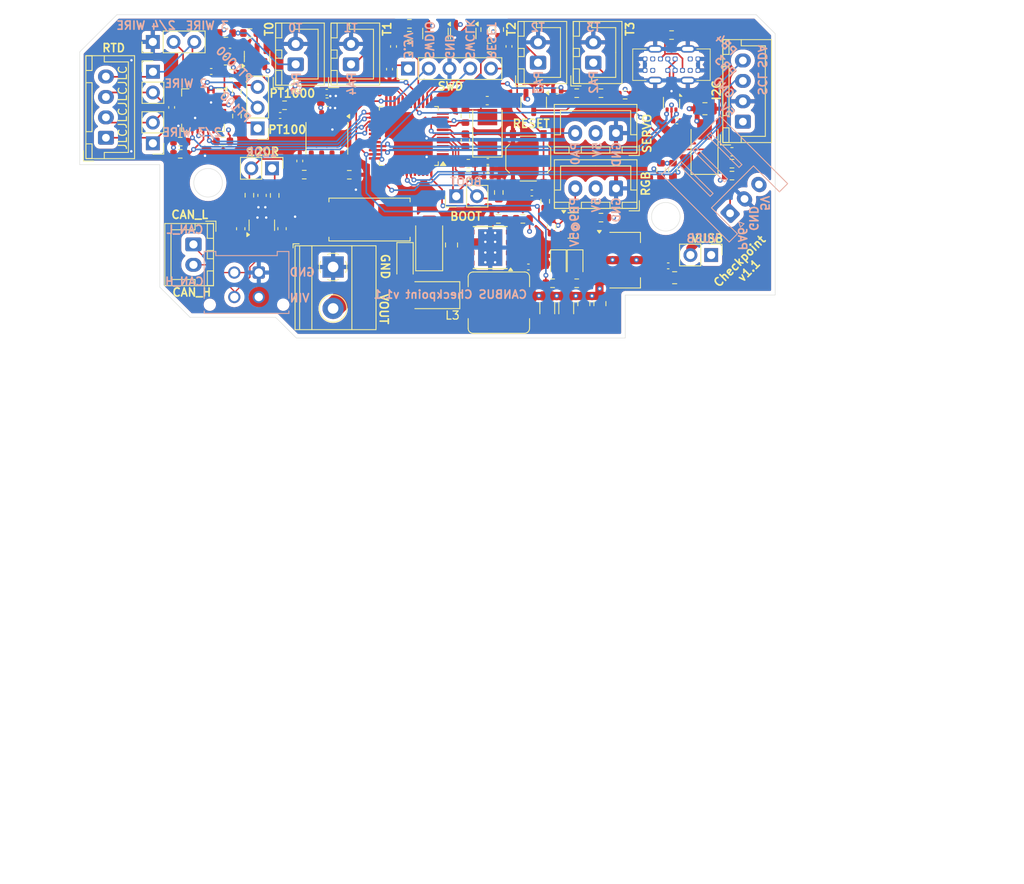
<source format=kicad_pcb>
(kicad_pcb (version 20240108) (generator "pcbnew") (generator_version "8.0")
  (title_block (title "CANBus Checkpoint") (date "2024-05-18") (rev "v1.1") (comment 1 "creativecommons.org/licenses/by-sa/4.0/") (comment 2 "License: CC BY-SA 4.0") (comment 3 "Author: Michael Smith"))
  (layers (0 "F.Cu" signal) (1 "In1.Cu" power) (2 "In2.Cu" power) (31 "B.Cu" signal) (34 "B.Paste" user) (35 "F.Paste" user) (36 "B.SilkS" user "B.Silkscreen") (37 "F.SilkS" user "F.Silkscreen") (38 "B.Mask" user) (39 "F.Mask" user) (44 "Edge.Cuts" user))
  (net 0 "")
  (net 1 "T0")
  (net 2 "GND")
  (net 3 "T1")
  (net 4 "T2")
  (net 5 "T3")
  (net 6 "+3.3V")
  (net 7 "Net-(U1-VDD)")
  (net 8 "RTDIN_N")
  (net 9 "RTDIN_P")
  (net 10 "+5V")
  (net 11 "Net-(U2-VREF)")
  (net 12 "CAN_P")
  (net 13 "CAN_N")
  (net 14 "RESET")
  (net 15 "Y_ENDSTOP")
  (net 16 "OSC_IN")
  (net 17 "VBUS")
  (net 18 "Net-(D1-COM)")
  (net 19 "Net-(D2-COM)")
  (net 20 "Net-(D3-COM)")
  (net 21 "Net-(D4-COM)")
  (net 22 "Net-(D8-A)")
  (net 23 "Net-(D10-K)")
  (net 24 "Net-(J1-Pin_1)")
  (net 25 "Net-(J2-Pin_1)")
  (net 26 "Net-(J3-Pin_1)")
  (net 27 "Net-(J4-Pin_1)")
  (net 28 "RGB_DATA")
  (net 29 "FORCE_P")
  (net 30 "FORCE2")
  (net 31 "FORCE_N")
  (net 32 "430R")
  (net 33 "4300R")
  (net 34 "ISENSOR")
  (net 35 "SERVO_PWM")
  (net 36 "SWCLK")
  (net 37 "SWDIO")
  (net 38 "Net-(U3-VDD)")
  (net 39 "MISO")
  (net 40 "PT_CS")
  (net 41 "MOSI")
  (net 42 "Net-(U1-BIAS)")
  (net 43 "Net-(U2-S)")
  (net 44 "Net-(U3-VREF+)")
  (net 45 "OSC_OUT")
  (net 48 "SCK")
  (net 49 "CAN_TX")
  (net 50 "CAN_RX")
  (net 63 "D_N")
  (net 64 "D_P")
  (net 65 "USB_N")
  (net 66 "USB_P")
  (net 67 "I2C_SDA")
  (net 68 "I2C_SCL")
  (net 72 "Net-(C20-Pad2)")
  (net 73 "Net-(D6-A)")
  (net 74 "Net-(D7-K)")
  (net 75 "Net-(D11-K)")
  (net 76 "Net-(J12-Pin_1)")
  (net 77 "Net-(J15-Pin_3)")
  (net 78 "Net-(J17-CC1)")
  (net 80 "Net-(U6-VSENSE)")
  (net 83 "Net-(U6-BOOT)")
  (net 85 "/CANBUS/120R")
  (net 86 "Net-(JP1-B)")
  (net 89 "VIN")
  (net 90 "VOUT")
  (footprint "Connector_JST:JST_XH_B2B-XH-A_1x02_P2.50mm_Vertical" (layer "F.Cu") (at 48.62 40.15 90)
    (property "Reference" "J1" (hide yes))
    (property "Value" "T0")
  )
  (footprint "Capacitor_SMD:C_0402_1005Metric" (layer "F.Cu") (at 40.58 38.53 180)
    (property "Reference" "C5" (hide yes))
    (property "Value" "100nF")
  )
  (footprint "Resistor_SMD:R_0603_1608Metric" (layer "F.Cu") (at 93.390408 53.101118 90)
    (property "Reference" "R23" (hide yes))
    (property "Value" "4.7K")
  )
  (footprint "Capacitor_SMD:C_0402_1005Metric" (layer "F.Cu") (at 38.270408 41.021118 180)
    (property "Reference" "C6" (hide yes))
    (property "Value" "100nF")
  )
  (footprint "Capacitor_SMD:C_0805_2012Metric" (layer "F.Cu") (at 67.720408 62.3 90)
    (property "Reference" "C27" (hide yes))
    (property "Value" "10uF")
  )
  (footprint "Resistor_SMD:R_0603_1608Metric" (layer "F.Cu") (at 76.46 59.1 180)
    (property "Reference" "R35" (hide yes))
    (property "Value" "10K")
  )
  (footprint "Capacitor_SMD:C_0402_1005Metric" (layer "F.Cu") (at 80.67 43.43 180)
    (property "Reference" "C4" (hide yes))
    (property "Value" "100nF")
  )
  (footprint "Connector_PinHeader_2.54mm:PinHeader_1x02_P2.54mm_Vertical" (layer "F.Cu") (at 45.725 52.9 -90)
    (property "Reference" "JP1" (hide yes))
    (property "Value" "120R_Jumper")
  )
  (footprint "Package_DFN_QFN:TQFN-20-1EP_5x5mm_P0.65mm_EP3.25x3.25mm" (layer "F.Cu") (at 37.26 45.764411 -90)
    (property "Reference" "U1" (hide yes))
    (property "Value" "MAX31865xTP")
  )
  (footprint "Resistor_SMD:R_0603_1608Metric" (layer "F.Cu") (at 62.560408 35.188618 180)
    (property "Reference" "R10" (hide yes))
    (property "Value" "4.7K")
  )
  (footprint "Capacitor_SMD:C_0805_2012Metric" (layer "F.Cu") (at 83.93 69.49 -90)
    (property "Reference" "C30" (hide yes))
    (property "Value" "10uF")
  )
  (footprint "Resistor_SMD:R_0603_1608Metric" (layer "F.Cu") (at 39.740408 49.601118 180)
    (property "Reference" "R13" (hide yes))
    (property "Value" "10K")
  )
  (footprint "Resistor_SMD:R_0603_1608Metric" (layer "F.Cu") (at 46.05 56.22 90)
    (property "Reference" "R20" (hide yes))
    (property "Value" "120R")
  )
  (footprint "Resistor_SMD:R_0603_1608Metric" (layer "F.Cu") (at 79.200408 56.941118 90)
    (property "Reference" "R26" (hide yes))
    (property "Value" "10K")
  )
  (footprint "Resistor_SMD:R_0603_1608Metric" (layer "F.Cu") (at 71.840408 35.891118 90)
    (property "Reference" "R7" (hide yes))
    (property "Value" "2.37K")
  )
  (footprint "Package_TO_SOT_SMD:SOT-666" (layer "F.Cu") (at 94.675 44.84 -90)
    (property "Reference" "U4" (hide yes))
    (property "Value" "USBLC6-2P6")
  )
  (footprint "Capacitor_SMD:C_0603_1608Metric" (layer "F.Cu") (at 72.095 44.595 180)
    (property "Reference" "C20" (hide yes))
    (property "Value" "10pF")
  )
  (footprint "Capacitor_SMD:C_0402_1005Metric" (layer "F.Cu") (at 74.760408 37.951118 -90)
    (property "Reference" "C3" (hide yes))
    (property "Value" "100nF")
  )
  (footprint "Diode_SMD:D_SMA" (layer "F.Cu") (at 64.980408 61.948618 90)
    (property "Reference" "D10" (hide yes))
    (property "Value" "SS34")
  )
  (footprint "Capacitor_SMD:C_0402_1005Metric" (layer "F.Cu") (at 46.72 46.421118 180)
    (property "Reference" "C1" (hide yes))
    (property "Value" "100nF")
  )
  (footprint "Capacitor_SMD:C_0402_1005Metric" (layer "F.Cu") (at 33.425 45.43 -90)
    (property "Reference" "C7" (hide yes))
    (property "Value" "100nF")
  )
  (footprint "Resistor_SMD:R_0603_1608Metric" (layer "F.Cu") (at 86.03 43.69)
    (property "Reference" "R8" (hide yes))
    (property "Value" "2.37K")
  )
  (footprint "Capacitor_SMD:C_0603_1608Metric" (layer "F.Cu") (at 52.474076 44.787725 180)
    (property "Reference" "C8" (hide yes))
    (property "Value" "1uF")
  )
  (footprint "Package_TO_SOT_SMD:SOT-23" (layer "F.Cu") (at 44.475 59.875 90)
    (property "Reference" "D5" (hide yes))
    (property "Value" "PSM712-LF-T7")
  )
  (footprint "LED_SMD:LED_0805_2012Metric" (layer "F.Cu") (at 82.860408 64.581118 -90)
    (property "Reference" "D8" (hide yes))
    (property "Value" "Green LED")
  )
  (footprint "Capacitor_SMD:C_0402_1005Metric" (layer "F.Cu") (at 72.170408 53.901118)
    (property "Reference" "C18" (hide yes))
    (property "Value" "100nF")
  )
  (footprint "Capacitor_SMD:C_1206_3216Metric" (layer "F.Cu") (at 81.775 70.025 -90)
    (property "Reference" "C31" (hide yes))
    (property "Value" "100uF")
  )
  (footprint "Connector_JST:JST_XH_B2B-XH-A_1x02_P2.50mm_Vertical" (layer "F.Cu") (at 55.405 40.15 90)
    (property "Reference" "J2" (hide yes))
    (property "Value" "T1")
  )
  (footprint "Resistor_SMD:R_0603_1608Metric" (layer "F.Cu") (at 83.060408 66.991118 180)
    (property "Reference" "R34" (hide yes))
    (property "Value" "1.5K")
  )
  (footprint "Connector_JST:JST_XH_B2B-XH-A_1x02_P2.50mm_Vertical" (layer "F.Cu") (at 36.095408 62.231118 -90)
    (property "Reference" "J10" (hide yes))
    (property "Value" "CAN_OUT")
  )
  (footprint "Capacitor_SMD:C_1206_3216Metric" (layer "F.Cu") (at 79.45 70.025 -90)
    (property "Reference" "C32" (hide yes))
    (property "Value" "100uF")
  )
  (footprint "Inductor_SMD:L_0603_1608Metric" (layer "F.Cu") (at 69.78 52.32 180)
    (property "Reference" "L2" (hide yes))
    (property "Value" "GZ1608D601TF")
  )
  (footprint "Resistor_SMD:R_0603_1608Metric" (layer "F.Cu") (at 62.550408 36.648618 180)
    (property "Reference" "R6" (hide yes))
    (property "Value" "2.37K")
  )
  (footprint "Resistor_SMD:R_0603_1608Metric" (layer "F.Cu") (at 42.95 56.2 90)
    (property "Reference" "R21" (hide yes))
    (property "Value" "0R")
  )
  (footprint "Package_QFP:LQFP-48_7x7mm_P0.5mm" (layer "F.Cu") (at 62.485 48.9325 180)
    (property "Reference" "U3" (hide yes))
    (property "Value" "STM32G0B1CBTx")
  )
  (footprint "Resistor_SMD:R_0603_1608Metric" (layer "F.Cu") (at 80.100408 66.991118 180)
    (property "Reference" "R28" (hide yes))
    (property "Value" "1.5K")
  )
  (footprint "Resistor_SMD:R_0603_1608Metric" (layer "F.Cu") (at 73.510408 55.861118 90)
    (property "Reference" "R25" (hide yes))
    (property "Value" "10K")
  )
  (footprint "Resistor_SMD:R_0603_1608Metric" (layer "F.Cu") (at 69.78 53.78 180)
    (property "Reference" "R29" (hide yes))
    (property "Value" "10R")
  )
  (footprint "LED_SMD:LED_0805_2012Metric" (layer "F.Cu") (at 80.810408 64.581118 -90)
    (property "Reference" "D6" (hide yes))
    (property "Value" "Red LED")
  )
  (footprint "Resistor_SMD:R_0603_1608Metric" (layer "F.Cu") (at 88.990408 43.871118 180)
    (property "Reference" "R12" (hide yes))
    (property "Value" "4.7K")
  )
  (footprint "TerminalBlock_Phoenix:TerminalBlock_Phoenix_MKDS-1,5-2-5.08_1x02_P5.08mm_Horizontal" (layer "F.Cu") (at 53.205408 64.996118 -90)
    (property "Reference" "J18" (hide yes))
    (property "Value" "PWR_OUT")
  )
  (footprint "Resistor_SMD:R_0603_1608Metric" (layer "F.Cu") (at 86.030408 58.941118 180)
    (property "Reference" "R31" (hide yes))
    (property "Value" "10K")
  )
  (footprint "Resistor_SMD:R_0603_1608Metric" (layer "F.Cu") (at 102.080408 53.791118)
    (property "Reference" "R24" (hide yes))
    (property "Value" "10K")
  )
  (footprint "Resistor_SMD:R_0603_1608Metric" (layer "F.Cu") (at 73.560408 35.881118 90)
    (property "Reference" "R11" (hide yes))
    (property "Value" "4.7K")
  )
  (footprint "Resistor_SMD:R_0603_1608Metric" (layer "F.Cu") (at 94.680408 36.561118 180)
    (property "Reference" "R33" (hide yes))
    (property "Value" "5.1K")
  )
  (footprint "Resistor_SMD:R_0603_1608Metric" (layer "F.Cu") (at 43.04 36.31 180)
    (property "Reference" "R5" (hide yes))
    (property "Value" "2.37K")
  )
  (footprint "Diode_SMD:D_SMA" (layer "F.Cu") (at 98.720408 50.131118 90)
    (property "Reference" "D7" (hide yes))
    (property "Value" "SS14")
  )
  (footprint "Package_TO_SOT_SMD:SOT-23" (layer "F.Cu") (at 65.750408 36.378618 -90)
    (property "Reference" "D2" (hide yes))
    (property "Value" "BAT54S")
  )
  (footprint "Capacitor_SMD:C_0805_2012Metric" (layer "F.Cu") (at 95.060408 66.311118)
    (property "Reference" "C25" (hide yes))
    (property "Value" "22uF")
  )
  (footprint "Capacitor_SMD:C_0603_1608Metric" (layer "F.Cu") (at 69.42 49.47 -90)
    (property "Reference" "C17" (hide yes))
    (property "Value" "10pF")
  )
  (footprint "Capacitor_SMD:C_0402_1005Metric" (layer "F.Cu") (at 77.560408 55.921118 180)
    (property "Reference" "C14" (hide yes))
    (property "Value" "100nF")
  )
  (footprint "Package_SO:SOIC-8_3.9x4.9mm_P1.27mm" (layer "F.Cu") (at 52.440408 49.221118 -90)
    (property "Reference" "U2" (hide yes))
    (property "Value" "SN65HVD1050D")
  )
  (footprint "Connector_PinHeader_2.54mm:PinHeader_1x02_P2.54mm_Vertical" (layer "F.Cu") (at 99.533862 63.531118 -90)
    (property "Reference" "JP2" (hide yes))
    (property "Value" "USB_PWR")
  )
  (footprint "Package_TO_SOT_SMD:SOT-23" (layer "F.Cu") (at 69.152908 36.371118 -90)
    (property "Reference" "D3" (hide yes))
    (property "Value" "BAT54S")
  )
  (footprint "Connector_PinHeader_2.54mm:PinHeader_1x02_P2.54mm_Vertical" (layer "F.Cu") (at 31.12 49.83 180)
    (property "Reference" "J8" (hide yes))
    (property "Value" "23_WIRE")
  )
  (footprint "Capacitor_SMD:C_0402_1005Metric" (layer "F.Cu") (at 95.34 47.08)
    (property "Reference" "C24" (hide yes))
    (property "Value" "100nF")
  )
  (footprint "Connector_JST:JST_XH_B3B-XH-A_1x03_P2.50mm_Vertical" (layer "F.Cu") (at 87.880408 55.361118 180)
    (property "Reference" "J15" (hide yes))
    (property "Value" "RGB")
  )
  (footprint "Capacitor_SMD:C_0402_1005Metric" (layer "F.Cu") (at 49.125 52 -90)
    (property "Reference" "C10" (hide yes))
    (property "Value" "100nF")
  )
  (footprint "Resistor_SMD:R_0603_1608Metric" (layer "F.Cu") (at 94.850408 53.091118 -90)
    (property "Reference" "R22" (hide yes))
    (property "Value" "4.7K")
  )
  (footprint "Resistor_SMD:R_0603_1608Metric" (layer "F.Cu") (at 41.410408 43.531118 90)
    (property "Reference" "R17" (hide yes))
    (property "Value" "4.3K")
  )
  (footprint "Package_SO:TI_SO-PowerPAD-8_ThermalVias" (layer "F.Cu") (at 72.46 62.62 180)
    (property "Reference" "U6" (hide yes))
    (property "Value" "TPS5430DDA")
  )
  (footprint "Capacitor_SMD:C_0402_1005Metric" (layer "F.Cu") (at 72.170408 52.061118)
    (property "Reference" "C22" (hide yes))
    (property "Value" "100nF")
  )
  (footprint "Package_TO_SOT_SMD:SOT-223-3_TabPin2" (layer "F.Cu") (at 88.96 64.16)
    (property "Reference" "U5" (hide yes))
    (property "Value" "AMS1117-3.3")
  )
  (footprint "Connector_PinHeader_2.54mm:PinHeader_1x05_P2.54mm_Vertical" (layer "F.Cu") (at 62.390408 40.671118 90)
    (property "Reference" "J16" (hide yes))
    (property "Value" "SWD")
  )
  (footprint "Connector_PinHeader_2.54mm:PinHeader_1x03_P2.54mm_Vertical" (layer "F.Cu") (at 31.115 37.4 90)
    (property "Reference" "J6" (hide yes))
    (property "Value" "24_3_WIRE_A")
  )
  (footprint "Capacitor_SMD:C_0402_1005Metric" (layer "F.Cu") (at 94.270408 64.861118)
    (property "Reference" "C26" (hide yes))
    (property "Value" "100nF")
  )
  (footprint "Connector_JST:JST_XH_B2B-XH-A_1x02_P2.50mm_Vertical" (layer "F.Cu") (at 78.32 39.95 90)
    (property "Reference" "J3" (hide yes))
    (property "Value" "T2")
  )
  (footprint "Capacitor_SMD:C_0805_2012Metric" (layer "F.Cu") (at 98.770408 45.591118)
    (property "Reference" "C23" (hide yes))
    (property "Value" "10uF")
  )
  (footprint "Resistor_SMD:R_0603_1608Metric" (layer "F.Cu") (at 55.190408 53.691118 180)
    (property "Reference" "R18" (hide yes))
    (property "Value" "0R")
  )
  (footprint "Capacitor_SMD:C_0805_2012Metric" (layer "F.Cu") (at 85.9 69.49 -90)
    (property "Reference" "C29" (hide yes))
    (property "Value" "10uF")
  )
  (footprint "Resistor_SMD:R_0603_1608Metric" (layer "F.Cu") (at 41.425 46.491118 -90)
    (property "Reference" "R16" (hide yes))
    (property "Value" "430R")
  )
  (footprint "Fuse:Fuseholder_Littelfuse_Nano2_154x" (layer "F.Cu") (at 57.670408 59.181118 180)
    (property "Reference" "F1" (hide yes))
    (property "Value" "0154005.DRT")
  )
  (footprint "Connector_PinHeader_2.54mm:PinHeader_1x02_P2.54mm_Vertical" (layer "F.Cu") (at 31.13 41.060589)
    (property "Reference" "J5" (hide yes))
    (property "Value" "2_WIRE")
  )
  (footprint "Resistor_SMD:R_0603_1608Metric" (layer "F.Cu") (at 69.42 46.47 -90)
    (property "Reference" "R32" (hide yes))
    (property "Value" "2K")
  )
  (footprint "Library:L_Bourns_SRP7050WA_7.9x7.3mm" (layer "F.Cu") (at 73.520408 69.371118)
    (property "Reference" "L3")
    (property "Value" "47uH")
  )
  (footprint "Capacitor_SMD:C_0402_1005Metric" (layer "F.Cu") (at 77.14 65)
    (property "Reference" "C28" (hide yes))
    (property "Value" "100nF")
  )
  (footprint "Capacitor_SMD:C_0603_1608Metric" (layer "F.Cu") (at 102.080408 50.871118)
    (property "Reference" "C15" (hide yes))
    (property "Value" "22nF")
  )
  (footprint "Connector_PinHeader_2.54mm:PinHeader_1x02_P2.54mm_Vertical" (layer "F.Cu") (at 68.3 56.32 90)
    (property "Reference" "J11" (hide yes))
    (property "Value" "BOOT")
  )
  (footprint "Crystal:Crystal_SMD_5032-2Pin_5.0x3.2mm" (layer "F.Cu") (at 72.12 48.47 90)
    (property "Reference" "Y1" (hide yes))
    (property "Value" "Crystal")
  )
  (footprint "Capacitor_SMD:C_0402_1005Metric" (layer "F.Cu") (at 60.120408 40.741118 -90)
    (property "Reference" "C19" (hide yes))
    (property "Value" "100nF")
  )
  (footprint "Capacitor_SMD:C_0603_1608Metric" (layer "F.Cu") (at 41.89 60.31 90)
    (property "Reference" "C13" (hide yes))
    (property "Value" "10pF")
  )
  (footprint "Resistor_SMD:R_0603_1608Metric" (layer "F.Cu") (at 62.550408 38.128618)
    (property "Reference" "R2" (hide yes))
    (property "Value" "2.37K")
  )
  (footprint "Package_TO_SOT_SMD:SOT-23" (layer "F.Cu") (at 43.89 39.19 90)
    (property "Reference" "D1" (hide yes))
    (property "Value" "BAT54S")
  )
  (footprint "Capacitor_SMD:C_0402_1005Metric" (layer "F.Cu") (at 72.180408 52.981118)
    (property "Reference" "C21" (hide yes))
    (property "Value" "100nF")
  )
  (footprint "Resistor_SMD:R_0603_1608Metric" (layer "F.Cu") (at 72.350408 38.101118 180)
    (property "Reference" "R3" (hide yes))
    (property "Value" "2.37K")
  )
  (footprint "Connector_JST:JST_XH_B3B-XH-A_1x03_P2.50mm_Vertical" (layer "F.Cu") (at 87.870408 48.576118 180)
    (property "Reference" "J14" (hide yes))
    (property "Value" "SERVO")
  )
  (footprint "Capacitor_SMD:C_0603_1608Metric" (layer "F.Cu") (at 40.01 39.72 180)
    (property "Reference" "C16" (hide yes))
    (property "Value" "1uF")
  )
  (footprint "Connector_JST:JST_XH_B4B-XH-A_1x04_P2.50mm_Vertical" (layer "F.Cu") (at 25.370408 49.151118 90)
    (property "Reference" "J7" (hide yes))
    (property "Value" "PT100")
  )
  (footprint "Resistor_SMD:R_0603_1608Metric" (layer "F.Cu") (at 83.06 43.69)
    (property "Reference" "R4" (hide yes))
    (property "Value" "2.37K")
  )
  (footprint "Button_Switch_SMD:SW_Push_1P1T_XKB_TS-1187A" (layer "F.Cu") (at 77.120408 51.71 90)
    (property "Reference" "SW1" (hide yes))
    (property "Value" "SW_RESET")
  )
  (footprint "Resistor_SMD:R_0603_1608Metric" (layer "F.Cu") (at 73.46 59.1 180)
    (property "Reference" "R36" (hide yes))
    (property "Value" "3.3K")
  )
  (footprint "Resistor_SMD:R_0603_1608Metric" (layer "F.Cu") (at 79.980408 60.031118 -90)
    (property "Reference" "R30" (hide yes))
    (property "Value" "10K")
  )
  (footprint "Capacitor_SMD:C_0603_1608Metric" (layer "F.Cu") (at 46.95 60.3 -90)
    (property "Reference" "C12" (hide yes))
    (property "Value" "10pF")
  )
  (footprint "Inductor_SMD:L_0603_1608Metric" (layer "F.Cu") (at 40.677908 41.301118 180)
    (property "Reference" "L1" (hide yes))
    (property "Value" "GZ1608D601TF")
  )
  (footprint "Capacitor_SMD:C_0402_1005Metric" (layer "F.Cu") (at 60.610408 37.961118 -90)
    (property "Reference" "C2" (hide yes))
    (property "Value" "100nF")
  )
  (footprint "Package_TO_SOT_SMD:SOT-23" (layer "F.Cu") (at 77.790408 44.821118 -90)
    (property "Reference" "D4" (hide yes))
    (property "Value" "BAT54S")
  )
  (footprint "Connector_JST:JST_XH_B4B-XH-A_1x04_P2.50mm_Vertical" (layer "F.Cu") (at 103.420408 47.181118 90)
    (property "Reference" "J13" (hide yes))
    (property "Value" "I2C")
  )
  (footprint "Resistor_SMD:R_0603_1608Metric" (layer "F.Cu") (at 34.475 49.625)
    (property "Reference" "R15" (hide yes))
    (property "Value" "10K")
  )
  (footprint "Capacitor_SMD:C_0603_1608Metric" (layer "F.Cu") (at 44.5 56.22 -90)
    (property "Reference" "C11" (hide yes))
    (property "Value" "4.7nF")
  )
  (footprint "Resistor_SMD:R_0603_1608Metric" (layer "F.Cu") (at 49.670408 53.671118 180)
    (property "Reference" "R19" (hide yes))
    (property "Value" "0R")
  )
  (footprint "Diode_SMD:D_SMA" (layer "F.Cu") (at 65.220408 68.451118 180)
    (property "Reference" "D11" (hide yes))
    (property "Value" "SS210")
  )
  (footprint "Capacitor_SMD:C_0402_1005Metric" (layer "F.Cu") (at 52.425 43.575 180)
    (property "Reference" "C9" (hide yes))
    (property "Value" "100nF")
  )
  (footprint "Library:USB_C_14P_VERT_XUNPU" (layer "F.Cu") (at 94.670408 40.191118)
    (property "Reference" "J17" (hide yes))
    (property "Value" "USB_C_Receptacle_USB2.0_16P")
  )
  (footprint "Resistor_SMD:R_0603_1608Metric" (layer "F.Cu") (at 102.080408 52.331118 180)
    (property "Reference" "R27" (hide yes))
    (property "Value" "1K")
  )
  (footprint "Resistor_SMD:R_0603_1608Metric" (layer "F.Cu") (at 47.260408 45.171118 180)
    (property "Reference" "R1" (hide yes))
    (property "Value" "2.37K")
  )
  (footprint "Connector_PinHeader_2.54mm:PinHeader_1x03_P2.54mm_Vertical" (layer "F.Cu") (at 43.96 48 180)
    (property "Reference" "J9" (hide yes))
    (property "Value" "PT100_1K")
  )
  (footprint "Resistor_SMD:R_0603_1608Metric" (layer "F.Cu") (at 34.475 51.125)
    (property "Reference" "R14" (hide yes))
    (property "Value" "10K")
  )
  (footprint "Diode_SMD:D_SOD-123F" (layer "F.Cu") (at 62.020408 64.213618 -90)
    (property "Reference" "D9" (hide yes))
    (property "Value" "SMF24CA")
  )
  (footprint "Resistor_SMD:R_0603_1608Metric" (layer "F.Cu") (at 40.070408 36.311118)
    (property "Reference" "R9" (hide yes))
    (property "Value" "4.7K")
  )
  (footprint "Package_TO_SOT_SMD:SOT-23" (layer "F.Cu") (at 82.630408 59.911118)
    (property "Reference" "Q1" (hide yes))
    (property "Value" "BSS138")
  )
  (footprint "Connector_JST:JST_XH_B2B-XH-A_1x02_P2.50mm_Vertical" (layer "F.Cu") (at 85.09 39.95 90)
    (property "Reference" "J4" (hide yes))
    (property "Value" "T3")
  )
  (footprint "Connector_Molex:Molex_Micro-Fit_3.0_43045-0412_2x02_P3.00mm_Vertical" (layer "B.Cu") (at 44.1 65.68 180)
    (property "Reference" "J19" (hide yes))
    (property "Value" "PWR_CAN_IN")
  )
  (footprint "Connector_JST:JST_XH_S3B-XH-A_1x03_P2.50mm_Horizontal" (layer "B.Cu") (at 101.85216 58.418404 45)
    (property "Reference" "J12" (hide yes))
    (property "Value" "Y_ENDSTOP")
  )
  (gr_line (start 31.975 67.460396) (end 31.975 52.45) (stroke (width 0.05)) (layer "Edge.Cuts"))
  (gr_line (start 35.682391 71.170878) (end 31.971909 67.460396) (stroke (width 0.05)) (layer "Edge.Cuts"))
  (gr_line (start 26.725 34.058618) (end 22.15 38.633618) (stroke (width 0.05)) (layer "Edge.Cuts"))
  (gr_line (start 89 73.7) (end 89 68.43) (stroke (width 0.05)) (layer "Edge.Cuts"))
  (gr_line (start 107.375 68.43) (end 89 68.43) (stroke (width 0.05)) (layer "Edge.Cuts"))
  (gr_line (start 48.694284 73.7) (end 46.165162 71.170878) (stroke (width 0.05)) (layer "Edge.Cuts"))
  (gr_circle (center 37.89 54.669) (end 39.64 54.669) (stroke (width 0.05)) (fill none) (layer "Edge.Cuts"))
  (gr_circle (center 93.972 58.838) (end 95.722 58.838) (stroke (width 0.05)) (fill none) (layer "Edge.Cuts"))
  (gr_line (start 89.000408 73.7) (end 48.694692 73.7) (stroke (width 0.05)) (layer "Edge.Cuts"))
  (gr_line (start 31.975 52.45) (end 22.15 52.45) (stroke (width 0.05)) (layer "Edge.Cuts"))
  (gr_line (start 46.166618 71.170878) (end 35.682391 71.170878) (stroke (width 0.05)) (layer "Edge.Cuts"))
  (gr_line (start 107.375 36.383618) (end 107.375 68.43) (stroke (width 0.05)) (layer "Edge.Cuts"))
  (gr_line (start 107.375 36.383618) (end 105.050015 34.058618) (stroke (width 0.05)) (layer "Edge.Cuts"))
  (gr_line (start 22.15 52.45) (end 22.15 38.633618) (stroke (width 0.05)) (layer "Edge.Cuts"))
  (gr_line (start 26.725 34.058618) (end 105.050015 34.058618) (stroke (width 0.05)) (layer "Edge.Cuts"))
  (gr_text "CAN_H" (at 37.470408 67.371118 0) (layer "B.SilkS") (effects (font (size 1 1) (thickness 0.2) (bold yes)) (justify left bottom mirror)))
  (gr_text "PA2" (at 85.720408 40.801118 90) (layer "B.SilkS") (effects (font (size 1 1) (thickness 0.2) (bold yes)) (justify left bottom mirror)))
  (gr_text "PA6" (at 102.760408 63.071118 270) (layer "B.SilkS") (effects (font (size 1 1) (thickness 0.2) (bold yes)) (justify left bottom mirror)))
  (gr_text "2/3 WIRE" (at 39.680408 49.081118 0) (layer "B.SilkS") (effects (font (size 1 1) (thickness 0.2) (bold yes)) (justify left bottom mirror)))
  (gr_text "T0" (at 49.560408 36.281118 0) (layer "B.SilkS") (effects (font (size 1 1) (thickness 0.2) (bold yes)) (justify left bottom mirror)))
  (gr_text "PB9@5V" (at 83.370408 56.341118 90) (layer "B.SilkS") (effects (font (size 1 1) (thickness 0.2) (bold yes)) (justify left bottom mirror)))
  (gr_text "GND" (at 51.070408 66.231118 0) (layer "B.SilkS") (effects (font (size 1 1) (thickness 0.2) (bold yes)) (justify left bottom mirror)))
  (gr_text "5V" (at 86.150408 49.561118 90) (layer "B.SilkS") (effects (font (size 1 1) (thickness 0.2) (bold yes)) (justify left bottom mirror)))
  (gr_text "PA0" (at 83.480408 49.551118 90) (layer "B.SilkS") (effects (font (size 1 1) (thickness 0.2) (bold yes)) (justify left bottom mirror)))
  (gr_text "SWDIO" (at 64.400408 39.621118 270) (layer "B.SilkS") (effects (font (size 1 1) (thickness 0.2) (bold yes)) (justify left bottom mirror)))
  (gr_text "GND" (at 104.130408 60.691118 270) (layer "B.SilkS") (effects (font (size 1 1) (thickness 0.2) (bold yes)) (justify left bottom mirror)))
  (gr_text "SCL" (at 105.190408 44.061118 -90) (layer "B.SilkS") (effects (font (size 1 1) (thickness 0.2) (bold yes)) (justify left bottom mirror)))
  (gr_text "GND" (at 101.800408 44.601118 315) (layer "B.SilkS") (effects (font (size 1 1) (thickness 0.2) (bold yes)) (justify left bottom mirror)))
  (gr_text "5V" (at 105.500408 58.221118 270) (layer "B.SilkS") (effects (font (size 1 1) (thickness 0.2) (bold yes)) (justify left bottom mirror)))
  (gr_text "T1" (at 56.340408 36.271118 0) (layer "B.SilkS") (effects (font (size 1 1) (thickness 0.2) (bold yes)) (justify left bottom mirror)))
  (gr_text "120R" (at 46.510408 51.521118 0) (layer "B.SilkS") (effects (font (size 1 1) (thickness 0.2) (bold yes)) (justify left bottom mirror)))
  (gr_text "2/4 WIRE" (at 34.030408 35.971118 0) (layer "B.SilkS") (effects (font (size 1 1) (thickness 0.2) (bold yes)) (justify left bottom mirror)))
  (gr_text "3.3V" (at 61.800408 39.621118 270) (layer "B.SilkS") (effects (font (size 1 1) (thickness 0.2) (bold yes)) (justify left bottom mirror)))
  (gr_text "VIN" (at 50.420408 69.391118 0) (layer "B.SilkS") (effects (font (size 1 1) (thickness 0.2) (bold yes)) (justify left bottom mirror)))
  (gr_text "GND" (at 88.520408 49.541118 90) (layer "B.SilkS") (effects (font (size 1 1) (thickness 0.2) (bold yes)) (justify left bottom mirror)))
  (gr_text "T2" (at 79.270408 36.211118 0) (layer "B.SilkS") (effects (font (size 1 1) (thickness 0.2) (bold yes)) (justify left bottom mirror)))
  (gr_text "5V" (at 101.820408 46.951118 315) (layer "B.SilkS") (effects (font (size 1 1) (thickness 0.2) (bold yes)) (justify left bottom mirror)))
  (gr_text "GND" (at 66.880408 39.651118 270) (layer "B.SilkS") (effects (font (size 1 1) (thickness 0.2) (bold yes)) (justify left bottom mirror)))
  (gr_text "PA3" (at 78.980408 40.811118 90) (layer "B.SilkS") (effects (font (size 1 1) (thickness 0.2) (bold yes)) (justify left bottom mirror)))
  (gr_text "BOOT" (at 71.550408 55.141118 0) (layer "B.SilkS") (effects (font (size 1 1) (thickness 0.2) (bold yes)) (justify left bottom mirror)))
  (gr_text "SWCLK" (at 69.370408 39.651118 270) (layer "B.SilkS") (effects (font (size 1 1) (thickness 0.2) (bold yes)) (justify left bottom mirror)))
  (gr_text "GND" (at 88.480408 56.341118 90) (layer "B.SilkS") (effects (font (size 1 1) (thickness 0.2) (bold yes)) (justify left bottom mirror)))
  (gr_text "PT100" (at 42.540408 47.521118 315) (layer "B.SilkS") (effects (font (size 1 1) (thickness 0.2) (bold yes)) (justify left bottom mirror)))
  (gr_text "PB3" (at 101.990408 41.921118 315) (layer "B.SilkS") (effects (font (size 1 1) (thickness 0.2) (bold yes)) (justify left bottom mirror)))
  (gr_text "CAN_L" (at 37.420408 60.991118 0) (layer "B.SilkS") (effects (font (size 1 1) (thickness 0.2) (bold yes)) (justify left bottom mirror)))
  (gr_text "PB4" (at 102.080408 39.321118 315) (layer "B.SilkS") (effects (font (size 1 1) (thickness 0.2) (bold yes)) (justify left bottom mirror)))
  (gr_text "RESET" (at 71.990408 39.651118 270) (layer "B.SilkS") (effects (font (size 1 1) (thickness 0.2) (bold yes)) (justify left bottom mirror)))
  (gr_text "PA5" (at 49.310408 41.001118 90) (layer "B.SilkS") (effects (font (size 1 1) (thickness 0.2) (bold yes)) (justify left bottom mirror)))
  (gr_text "PA4" (at 56.070408 41.011118 90) (layer "B.SilkS") (effects (font (size 1 1) (thickness 0.2) (bold yes)) (justify left bottom mirror)))
  (gr_text "2 WIRE" (at 37.930408 43.091118 0) (layer "B.SilkS") (effects (font (size 1 1) (thickness 0.2) (bold yes)) (justify left bottom mirror)))
  (gr_text "3 WIRE" (at 40.530408 35.991118 0) (layer "B.SilkS") (effects (font (size 1 1) (thickness 0.2) (bold yes)) (justify left bottom mirror)))
  (gr_text "SDA" (at 105.190408 40.731118 -90) (layer "B.SilkS") (effects (font (size 1 1) (thickness 0.2) (bold yes)) (justify left bottom mirror)))
  (gr_text "CANBUS Checkpoint ${REVISION}" (at 77.080408 68.951118 0) (layer "B.SilkS") (effects (font (size 1 1) (thickness 0.2) (bold yes)) (justify left bottom mirror)))
  (gr_text "PT1000" (at 42.730408 42.671118 315) (layer "B.SilkS") (effects (font (size 1 1) (thickness 0.2) (bold yes)) (justify left bottom mirror)))
  (gr_text "T3" (at 86.090408 36.191118 0) (layer "B.SilkS") (effects (font (size 1 1) (thickness 0.2) (bold yes)) (justify left bottom mirror)))
  (gr_text "5V" (at 86.040408 56.341118 90) (layer "B.SilkS") (effects (font (size 1 1) (thickness 0.2) (bold yes)) (justify left bottom mirror)))
  (gr_text "VUSB" (at 100.510408 62.081118 0) (layer "B.SilkS") (effects (font (size 1 1) (thickness 0.2) (bold yes)) (justify left bottom mirror)))
  (gr_text "CAN_L" (at 33.270408 59.171118 0) (layer "F.SilkS") (effects (font (size 1 1) (thickness 0.2) (bold yes)) (justify left bottom)))
  (gr_text "JLCJLCJLCJLC" (at 28.010408 50.711118 90) (layer "F.SilkS") (effects (font (size 1 1)) (justify left bottom)))
  (gr_text "T1" (at 60.400408 36.8 90) (layer "F.SilkS") (effects (font (size 1 1) (thickness 0.2) (bold yes)) (justify left bottom)))
  (gr_text "CAN_H" (at 33.400408 68.691118 0) (layer "F.SilkS") (effects (font (size 1 1) (thickness 0.2) (bold yes)) (justify left bottom)))
  (gr_text "RESET" (at 75.090408 48.011118 0) (layer "F.SilkS") (effects (font (size 1 1) (thickness 0.2) (bold yes)) (justify left bottom)))
  (gr_text "PT100" (at 45.140408 48.741118 0) (layer "F.SilkS") (effects (font (size 1 1) (thickness 0.2) (bold yes)) (justify left bottom)))
  (gr_text "RGB" (at 92.100408 56.411118 90) (layer "F.SilkS") (effects (font (size 1 1) (thickness 0.2) (bold yes)) (justify left bottom)))
  (gr_text "BOOT" (at 67.430408 59.381118 0) (layer "F.SilkS") (effects (font (size 1 1) (thickness 0.2) (bold yes)) (justify left bottom)))
  (gr_text "PT1000" (at 45.290408 44.301118 0) (layer "F.SilkS") (effects (font (size 1 1) (thickness 0.2) (bold yes)) (justify left bottom)))
  (gr_text "T0" (at 45.950408 36.8 90) (layer "F.SilkS") (effects (font (size 1 1) (thickness 0.2) (bold yes)) (justify left bottom)))
  (gr_text "SERVO" (at 92.260408 51.131118 90) (layer "F.SilkS") (effects (font (size 1 1) (thickness 0.2) (bold yes)) (justify left bottom)))
  (gr_text "GND" (at 59.000408 63.281118 -90) (layer "F.SilkS") (effects (font (size 1 1) (thickness 0.2) (bold yes)) (justify left bottom)))
  (gr_text "I2C" (at 100.780408 44.691118 90) (layer "F.SilkS") (effects (font (size 1 1) (thickness 0.2) (bold yes)) (justify left bottom)))
  (gr_text "Checkpoint\n${REVISION}" (at 102.600408 63.881118 45) (layer "F.SilkS") (effects (font (size 1 1) (thickness 0.2) (bold yes)) (justify top)))
  (gr_text "T3" (at 90.170408 36.8 90) (layer "F.SilkS") (effects (font (size 1 1) (thickness 0.2) (bold yes)) (justify left bottom)))
  (gr_text "VOUT" (at 58.840408 68.171118 -90) (layer "F.SilkS") (effects (font (size 1 1) (thickness 0.2) (bold yes)) (justify left bottom)))
  (gr_text "SWD" (at 65.910408 43.421118 0) (layer "F.SilkS") (effects (font (size 1 1) (thickness 0.2) (bold yes)) (justify left bottom)))
  (gr_text "RTD" (at 24.800408 38.731118 0) (layer "F.SilkS") (effects (font (size 1 1) (thickness 0.2) (bold yes)) (justify left bottom)))
  (gr_text "VUSB" (at 97.010408 62.081118 0) (layer "F.SilkS") (effects (font (size 1 1) (thickness 0.2) (bold yes)) (justify left bottom)))
  (gr_text "T2" (at 75.630408 36.8 90) (layer "F.SilkS") (effects (font (size 1 1) (thickness 0.2) (bold yes)) (justify left bottom)))
  (gr_text "120R" (at 42.590408 51.451118 0) (layer "F.SilkS") (effects (font (size 1 1) (thickness 0.2) (bold yes)) (justify left bottom)))
  (segment (start 48.085408 43.266118) (end 48.085408 45.171118) (width 0.2) (layer "F.Cu") (net 1))
  (segment (start 47.2 46.421118) (end 47.2 46.056526) (width 0.2) (layer "F.Cu") (net 1))
  (segment (start 47.2 46.056526) (end 48.085408 45.171118) (width 0.2) (layer "F.Cu") (net 1))
  (segment (start 48.550408 42.801118) (end 48.085408 43.266118) (width 0.2) (layer "F.Cu") (net 1))
  (segment (start 62.130408 42.361118) (end 63.735 43.96571) (width 0.2) (layer "F.Cu") (net 1))
  (segment (start 63.735 43.96571) (end 63.735 44.77) (width 0.2) (layer "F.Cu") (net 1))
  (via (at 48.550408 42.801118) (size 0.6) (drill 0.3) (layers "F.Cu" "B.Cu") (net 1))
  (via (at 62.130408 42.361118) (size 0.6) (drill 0.3) (layers "F.Cu" "B.Cu") (net 1))
  (segment (start 62.130408 42.361118) (end 48.990408 42.361118) (width 0.2) (layer "B.Cu") (net 1))
  (segment (start 48.990408 42.361118) (end 48.550408 42.801118) (width 0.2) (layer "B.Cu") (net 1))
  (segment (start 53.120408 48.141118) (end 53.075408 48.096118) (width 0.2) (layer "F.Cu") (net 2))
  (segment (start 53.428882 45.511118) (end 53.075408 45.864592) (width 0.2) (layer "F.Cu") (net 2))
  (segment (start 52.860408 45.471118) (end 52.97 45.361526) (width 0.2) (layer "F.Cu") (net 2))
  (segment (start 67.595052 48.6825) (end 69.157552 50.245) (width 0.2) (layer "F.Cu") (net 2))
  (segment (start 69.76 61.985) (end 71.446526 61.985) (width 1) (layer "F.Cu") (net 2))
  (segment (start 53.54 44.025) (end 53.249076 44.315924) (width 0.2) (layer "F.Cu") (net 2))
  (segment (start 68.150408 36.871118) (end 67.910408 36.871118) (width 0.2) (layer "F.Cu") (net 2))
  (segment (start 34.8225 47.064411) (end 34.505589 47.064411) (width 0.2) (layer "F.Cu") (net 2))
  (segment (start 45.010408 58.9375) (end 44.475 58.9375) (width 0.2) (layer "F.Cu") (net 2))
  (segment (start 68.150408 36.871118) (end 69.587908 35.433618) (width 0.2) (layer "F.Cu") (net 2))
  (segment (start 94.675 43.436762) (end 94.674999 43.436761) (width 0.2) (layer "F.Cu") (net 2))
  (segment (start 69.587908 35.433618) (end 70.102908 35.433618) (width 0.2) (layer "F.Cu") (net 2))
  (segment (start 53.249076 43.919076) (end 52.905 43.575) (width 0.2) (layer "F.Cu") (net 2))
  (segment (start 44.5 57.27071) (end 44.900408 57.671118) (width 0.2) (layer "F.Cu") (net 2))
  (segment (start 53.075408 48.096118) (end 53.075408 46.746118) (width 0.2) (layer "F.Cu") (net 2))
  (segment (start 65.840319 48.6825) (end 66.6475 48.6825) (width 0.2) (layer "F.Cu") (net 2))
  (segment (start 53.249076 44.787725) (end 53.249076 43.919076) (width 0.2) (layer "F.Cu") (net 2))
  (segment (start 52.865 44.05) (end 52.905 44.01) (width 0.2) (layer "F.Cu") (net 2))
  (segment (start 52.97 45.361526) (end 52.97 45.066801) (width 0.2) (layer "F.Cu") (net 2))
  (segment (start 91.34 42.045) (end 91.34 42.06) (width 0.2) (layer "F.Cu") (net 2))
  (segment (start 38.56 48.201911) (end 38.56 47.064411) (width 0.2) (layer "F.Cu") (net 2))
  (segment (start 52.905 44.01) (end 52.905 43.575) (width 0.2) (layer "F.Cu") (net 2))
  (segment (start 34.25 47.32) (end 34.25 47.69) (width 0.2) (layer "F.Cu") (net 2))
  (segment (start 52.89 44.025) (end 53.54 44.025) (width 0.2) (layer "F.Cu") (net 2))
  (segment (start 53.075408 45.686118) (end 53.075408 46.746118) (width 0.2) (layer "F.Cu") (net 2))
  (segment (start 34.505589 47.064411) (end 34.25 47.32) (width 0.2) (layer "F.Cu") (net 2))
  (segment (start 44.5 56.995) (end 44.5 57.27071) (width 0.2) (layer "F.Cu") (net 2))
  (segment (start 53.075408 45.864592) (end 53.075408 46.746118) (width 0.2) (layer "F.Cu") (net 2))
  (segment (start 53.249076 44.315924) (end 53.249076 44.787725) (width 0.2) (layer "F.Cu") (net 2))
  (segment (start 67.910408 36.871118) (end 66.700408 35.661118) (width 0.2) (layer "F.Cu") (net 2))
  (segment (start 52.860408 45.471118) (end 53.075408 45.686118) (width 0.2) (layer "F.Cu") (net 2))
  (segment (start 39.6975 47.064411) (end 38.56 47.064411) (width 0.2) (layer "F.Cu") (net 2))
  (segment (start 53.450408 45.511118) (end 53.450408 44.989057) (width 0.2) (layer "F.Cu") (net 2))
  (segment (start 91.34 42.06) (end 91.465 42.185) (width 0.2) (layer "F.Cu") (net 2))
  (segment (start 52.865 44.05) (end 52.89 44.025) (width 0.2) (layer "F.Cu") (net 2))
  (segment (start 34.8225 47.064411) (end 35.96 47.064411) (width 0.2) (layer "F.Cu") (net 2))
  (segment (start 94.675 43.915) (end 94.675 43.436762) (width 0.2) (layer "F.Cu") (net 2))
  (segment (start 53.450408 45.511118) (end 53.428882 45.511118) (width 0.2) (layer "F.Cu") (net 2))
  (segment (start 43.940408 58.9375) (end 44.475 58.9375) (width 0.2) (layer "F.Cu") (net 2))
  (segment (start 44.055408 57.676118) (end 44.5 57.231526) (width 0.2) (layer "F.Cu") (net 2))
  (segment (start 64.660408 49.221118) (end 65.301701 49.221118) (width 0.2) (layer "F.Cu") (net 2))
  (segment (start 65.301701 49.221118) (end 65.840319 48.6825) (width 0.2) (layer "F.Cu") (net 2))
  (segment (start 66.6475 48.6825) (end 67.595052 48.6825) (width 0.2) (layer "F.Cu") (net 2))
  (via (at 34.25 47.69) (size 0.6) (drill 0.3) (layers "F.Cu" "B.Cu") (net 2))
  (via (at 64.670408 51.501118) (size 0.6) (drill 0.3) (layers "F.Cu" "B.Cu") (net 2))
  (via (at 44.900408 57.671118) (size 0.6) (drill 0.3) (layers "F.Cu" "B.Cu") (net 2))
  (via (at 43.940408 58.9375) (size 0.6) (drill 0.3) (layers "F.Cu" "B.Cu") (net 2))
  (via (at 53.450408 45.511118) (size 0.6) (drill 0.3) (layers "F.Cu" "B.Cu") (net 2))
  (via (at 28.480408 50.811118) (size 0.6) (drill 0.3) (layers "F.Cu" "B.Cu") (net 2))
  (via (at 45.010408 58.9375) (size 0.6) (drill 0.3) (layers "F.Cu" "B.Cu") (net 2))
  (via (at 44.055408 57.676118) (size 0.6) (drill 0.3) (layers "F.Cu" "B.Cu") (net 2))
  (via (at 38.25 44.824411) (size 0.6) (drill 0.3) (layers "F.Cu" "B.Cu") (net 2))
  (via (at 52.865 44.05) (size 0.6) (drill 0.3) (layers "F.Cu" "B.Cu") (net 2))
  (via (at 48.550408 58.831118) (size 0.6) (drill 0.3) (layers "F.Cu" "B.Cu") (net 2))
  (via (at 64.660408 49.221118) (size 0.6) (drill 0.3) (layers "F.Cu" "B.Cu") (net 2))
  (via (at 53.120408 48.141118) (size 0.6) (drill 0.3) (layers "F.Cu" "B.Cu") (net 2))
  (via (at 94.674999 43.436761) (size 0.6) (drill 0.3) (layers "F.Cu" "B.Cu") (net 2))
  (via (at 52.860408 45.471118) (size 0.6) (drill 0.3) (layers "F.Cu" "B.Cu") (net 2))
  (via (at 36.3 46.724411) (size 0.6) (drill 0.3) (layers "F.Cu" "B.Cu") (net 2))
  (via (at 53.54 44.025) (size 0.6) (drill 0.3) (layers "F.Cu" "B.Cu") (net 2))
  (via (at 68.150408 36.871118) (size 0.6) (drill 0.3) (layers "F.Cu" "B.Cu") (net 2))
  (via (at 28.500408 39.651118) (size 0.6) (drill 0.3) (layers "F.Cu" "B.Cu") (net 2))
  (via (at 37.510408 51.361118) (size 0.6) (drill 0.3) (layers "F.Cu" "B.Cu") (net 2))
  (via (at 56.000408 55.521118) (size 0.6) (drill 0.3) (layers "F.Cu" "B.Cu") (net 2))
  (segment (start 104.770408 57.801118) (end 103.619927 56.650637) (width 0.2) (layer "B.Cu") (net 2))
  (segment (start 63.650408 39.591266) (end 62.18776 38.128618) (width 0.2) (layer "F.Cu") (net 3))
  (segment (start 61.077908 37.481118) (end 61.284158 37.687368) (width 0.2) (layer "F.Cu") (net 3))
  (segment (start 60.610408 37.481118) (end 61.077908 37.481118) (width 0.2) (layer "F.Cu") (net 3))
  (segment (start 64.235 43.56571) (end 64.235 44.77) (width 0.2) (layer "F.Cu") (net 3))
  (segment (start 63.650408 42.981118) (end 63.650408 39.591266) (width 0.2) (layer "F.Cu") (net 3))
  (segment (start 63.650408 42.981118) (end 64.235 43.56571) (width 0.2) (layer "F.Cu") (net 3))
  (segment (start 62.18776 38.128618) (end 61.725408 38.128618) (width 0.2) (layer "F.Cu") (net 3))
  (segment (start 61.284158 37.687368) (end 61.725408 38.128618) (width 0.2) (layer "F.Cu") (net 3))
  (segment (start 71.310408 39.966118) (end 73.175408 38.101118) (width 0.2) (layer "F.Cu") (net 4))
  (segment (start 73.805408 37.471118) (end 73.175408 38.101118) (width 0.2) (layer "F.Cu") (net 4))
  (segment (start 66.210408 42.161118) (end 70.390408 42.161118) (width 0.2) (layer "F.Cu") (net 4))
  (segment (start 64.735 44.77) (end 64.735 43.636526) (width 0.2) (layer "F.Cu") (net 4))
  (segment (start 74.760408 37.471118) (end 73.805408 37.471118) (width 0.2) (layer "F.Cu") (net 4))
  (segment (start 71.310408 41.241118) (end 71.310408 39.966118) (width 0.2) (layer "F.Cu") (net 4))
  (segment (start 73.765571 37.606118) (end 73.270571 38.101118) (width 0.2) (layer "F.Cu") (net 4))
  (segment (start 70.390408 42.161118) (end 71.310408 41.241118) (width 0.2) (layer "F.Cu") (net 4))
  (segment (start 64.735 43.636526) (end 66.210408 42.161118) (width 0.2) (layer "F.Cu") (net 4))
  (segment (start 81.15 43.01071) (end 81.15 43.43) (width 0.2) (layer "F.Cu") (net 5))
  (segment (start 74.570408 42.521118) (end 66.400408 42.521118) (width 0.2) (layer "F.Cu") (net 5))
  (segment (start 65.235 43.686526) (end 65.235 44.77) (width 0.2) (layer "F.Cu") (net 5))
  (segment (start 66.400408 42.521118) (end 65.235 43.686526) (width 0.2) (layer "F.Cu") (net 5))
  (segment (start 81.965 43.42) (end 81.780408 43.42) (width 0.2) (layer "F.Cu") (net 5))
  (segment (start 81.780408 43.42) (end 81.06 43.42) (width 0.2) (layer "F.Cu") (net 5))
  (segment (start 81.130408 42.991118) (end 81.15 43.01071) (width 0.2) (layer "F.Cu") (net 5))
  (via (at 81.130408 42.991118) (size 0.6) (drill 0.3) (layers "F.Cu" "B.Cu") (net 5))
  (via (at 74.570408 42.521118) (size 0.6) (drill 0.3) (layers "F.Cu" "B.Cu") (net 5))
  (segment (start 81.060408 43.061118) (end 81.130408 42.991118) (width 0.2) (layer "B.Cu") (net 5))
  (segment (start 74.570408 42.521118) (end 75.110408 43.061118) (width 0.2) (layer "B.Cu") (net 5))
  (segment (start 75.110408 43.061118) (end 81.060408 43.061118) (width 0.2) (layer "B.Cu") (net 5))
  (segment (start 68.640408 35.432827) (end 68.203699 35.432827) (width 0.2) (layer "F.Cu") (net 6))
  (segment (start 94.110408 66.311118) (end 92.920408 65.121118) (width 0.2) (layer "F.Cu") (net 6))
  (segment (start 40.980408 40.541118) (end 40.980408 39.915408) (width 0.2) (layer "F.Cu") (net 6))
  (segment (start 60.130408 40.261118) (end 61.980408 40.261118) (width 0.2) (layer "F.Cu") (net 6))
  (segment (start 67.893 50.620538) (end 67.893 55.913) (width 0.2) (layer "F.Cu") (net 6))
  (segment (start 92.920408 65.121118) (end 92.920408 63.751118) (width 0.2) (layer "F.Cu") (net 6))
  (segment (start 85.81 64.16) (end 87.411526 64.16) (width 1) (layer "F.Cu") (net 6))
  (segment (start 41.06 38.53) (end 41.06 39.445) (width 0.2) (layer "F.Cu") (net 6))
  (segment (start 79.200408 58.426118) (end 79.980408 59.206118) (width 0.2) (layer "F.Cu") (net 6))
  (segment (start 68.802117 35.271118) (end 68.640408 35.432827) (width 0.2) (layer "F.Cu") (net 6))
  (segment (start 41.465408 41.026118) (end 40.980408 40.541118) (width 0.2) (layer "F.Cu") (net 6))
  (segment (start 40.373701 45.114411) (end 39.6975 45.114411) (width 0.2) (layer "F.Cu") (net 6))
  (segment (start 87.48929 64.16) (end 90.351526 64.16) (width 1) (layer "F.Cu") (net 6))
  (segment (start 39.440408 36.311118) (end 39.245408 36.311118) (width 0.2) (layer "F.Cu") (net 6))
  (segment (start 45.014187 40.764897) (end 45.014187 40.125926) (width 0.2) (layer "F.Cu") (net 6))
  (segment (start 88.990408 43.211118) (end 89.650408 43.871118) (width 0.2) (layer "F.Cu") (net 6))
  (segment (start 83.885408 66.084592) (end 85.81 64.16) (width 0.2) (layer "F.Cu") (net 6))
  (segment (start 33.65 49.625) (end 33.65 51.125) (width 0.2) (layer "F.Cu") (net 6))
  (segment (start 89.650408 43.871118) (end 89.815408 43.871118) (width 0.2) (layer "F.Cu") (net 6))
  (segment (start 40.390408 48.691118) (end 40.565408 48.866118) (width 0.2) (layer "F.Cu") (net 6))
  (segment (start 83.885408 66.991118) (end 83.885408 66.084592) (width 0.2) (layer "F.Cu") (net 6))
  (segment (start 90.370408 64.141118) (end 90.38929 64.16) (width 1) (layer "F.Cu") (net 6))
  (segment (start 92.811118 64.861118) (end 92.11 64.16) (width 0.2) (layer "F.Cu") (net 6))
  (segment (start 64.547908 35.188618) (end 64.800408 35.441118) (width 0.2) (layer "F.Cu") (net 6))
  (segment (start 100.650408 54.351118) (end 100.695408 54.351118) (width 0.2) (layer "F.Cu") (net 6))
  (segment (start 79.200408 57.766118) (end 79.200408 58.426118) (width 0.2) (layer "F.Cu") (net 6))
  (segment (start 90.351526 64.16) (end 90.370408 64.141118) (width 1) (layer "F.Cu") (net 6))
  (segment (start 71.690408 53.901118) (end 70.726118 53.901118) (width 0.2) (layer "F.Cu") (net 6))
  (segment (start 33.65 50.361118) (end 33.65 49.625) (width 0.2) (layer "F.Cu") (net 6))
  (segment (start 93.390408 52.276118) (end 94.140408 52.276118) (width 0.2) (layer "F.Cu") (net 6))
  (segment (start 72.850408 36.161118) (end 73.395408 36.706118) (width 0.2) (layer "F.Cu") (net 6))
  (segment (start 65.390408 35.431118) (end 65.380408 35.441118) (width 0.2) (layer "F.Cu") (net 6))
  (segment (start 93.790408 64.861118) (end 92.811118 64.861118) (width 0.2) (layer "F.Cu") (net 6))
  (segment (start 65.380408 35.441118) (end 64.800408 35.441118) (width 0.2) (layer "F.Cu") (net 6))
  (segment (start 39.830408 35.921118) (end 39.440408 36.311118) (width 0.2) (layer "F.Cu") (net 6))
  (segment (start 71.690408 52.061118) (end 70.826382 52.061118) (width 0.2) (layer "F.Cu") (net 6))
  (segment (start 40.390408 45.131118) (end 40.373701 45.114411) (width 0.2) (layer "F.Cu") (net 6))
  (segment (start 68.3 55.941526) (end 70.461526 53.78) (width 0.2) (layer "F.Cu") (net 6))
  (segment (start 67.454962 50.1825) (end 67.893 50.620538) (width 0.2) (layer "F.Cu") (net 6))
  (segment (start 40.565408 48.866118) (end 40.565408 49.601118) (width 0.2) (layer "F.Cu") (net 6))
  (segment (start 40.390408 48.181118) (end 40.390408 48.691118) (width 0.2) (layer "F.Cu") (net 6))
  (segment (start 100.695408 54.351118) (end 101.255408 53.791118) (width 0.2) (layer "F.Cu") (net 6))
  (segment (start 90.38929 64.16) (end 92.11 64.16) (width 1) (layer "F.Cu") (net 6))
  (segment (start 94.140408 52.276118) (end 94.840408 52.276118) (width 0.2) (layer "F.Cu") (net 6))
  (segment (start 71.690408 52.061118) (end 71.690408 53.901118) (width 0.2) (layer "F.Cu") (net 6))
  (segment (start 81.692908 58.978618) (end 80.775408 59.896118) (width 0.2) (layer "F.Cu") (net 6))
  (segment (start 94.840408 52.276118) (end 94.850408 52.266118) (width 0.2) (layer "F.Cu") (net 6))
  (segment (start 66.6475 50.1825) (end 67.454962 50.1825) (width 0.2) (layer "F.Cu") (net 6))
  (segment (start 70.605 53.78) (end 70.605 52.3575) (width 0.2) (layer "F.Cu") (net 6))
  (segment (start 63.385408 35.188618) (end 64.547908 35.188618) (width 0.2) (layer "F.Cu") (net 6))
  (segment (start 45.210408 40.961118) (end 45.014187 40.764897) (width 0.2) (layer "F.Cu") (net 6))
  (segment (start 80.085408 59.206118) (end 80.775408 59.896118) (width 0.2) (layer "F.Cu") (net 6))
  (via (at 80.775408 59.896118) (size 0.6) (drill 0.3) (layers "F.Cu" "B.Cu") (net 6))
  (via (at 40.390408 45.131118) (size 0.6) (drill 0.3) (layers "F.Cu" "B.Cu") (net 6))
  (via (at 39.830408 35.921118) (size 0.6) (drill 0.3) (layers "F.Cu" "B.Cu") (net 6))
  (via (at 45.210408 40.961118) (size 0.6) (drill 0.3) (layers "F.Cu" "B.Cu") (net 6))
  (via (at 77.050408 44.421118) (size 0.6) (drill 0.3) (layers "F.Cu" "B.Cu") (net 6))
  (via (at 65.390408 35.431118) (size 0.6) (drill 0.3) (layers "F.Cu" "B.Cu") (net 6))
  (via (at 90.370408 64.141118) (size 0.6) (drill 0.3) (layers "F.Cu" "B.Cu") (net 6))
  (via (at 87.450408 64.121118) (size 0.6) (drill 0.3) (layers "F.Cu" "B.Cu") (net 6))
  (via (at 40.980408 40.541118) (size 0.6) (drill 0.3) (layers "F.Cu" "B.Cu") (net 6))
  (via (at 68.802117 35.271118) (size 0.6) (drill 0.3) (layers "F.Cu" "B.Cu") (net 6))
  (via (at 94.140408 52.276118) (size 0.6) (drill 0.3) (layers "F.Cu" "B.Cu") (net 6))
  (via (at 33.65 50.361118) (size 0.6) (drill 0.3) (layers "F.Cu" "B.Cu") (net 6))
  (via (at 100.650408 54.351118) (size 0.6) (drill 0.3) (layers "F.Cu" "B.Cu") (net 6))
  (via (at 88.990408 43.211118) (size 0.6) (drill 0.3) (layers "F.Cu" "B.Cu") (net 6))
  (via (at 40.390408 48.181118) (size 0.6) (drill 0.3) (layers "F.Cu" "B.Cu") (net 6))
  (via (at 72.850408 36.161118) (size 0.6) (drill 0.3) (layers "F.Cu" "B.Cu") (net 6))
  (segment (start 38.750408 41.021118) (end 39.610408 41.021118) (width 0.2) (layer "F.Cu") (net 7))
  (segment (start 39.890408 44.271503) (end 39.890408 41.301118) (width 0.2) (layer "F.Cu") (net 7))
  (segment (start 39.6975 44.464411) (end 39.890408 44.271503) (width 0.2) (layer "F.Cu") (net 7))
  (segment (start 33.425 45.91) (end 34.051526 45.91) (width 0.2) (layer "F.Cu") (net 8))
  (segment (start 34.197115 45.764411) (end 34.8225 45.764411) (width 0.2) (layer "F.Cu") (net 8))
  (segment (start 33.425 45.91) (end 32.5 45.91) (width 0.2) (layer "F.Cu") (net 8))
  (segment (start 32.5 45.91) (end 31.12 47.29) (width 0.2) (layer "F.Cu") (net 8))
  (segment (start 34.051526 45.91) (end 34.197115 45.764411) (width 0.2) (layer "F.Cu") (net 8))
  (segment (start 31.12 47.29) (end 26.00929 47.29) (width 0.2) (layer "F.Cu") (net 8))
  (segment (start 26.00929 47.29) (end 25.370408 46.651118) (width 0.2) (layer "F.Cu") (net 8))
  (segment (start 33.425 44.95) (end 32.479411 44.95) (width 0.2) (layer "F.Cu") (net 9))
  (segment (start 33.425 44.95) (end 34.01929 44.95) (width 0.2) (layer "F.Cu") (net 9))
  (segment (start 32.479411 44.95) (end 31.13 43.600589) (width 0.2) (layer "F.Cu") (net 9))
  (segment (start 31.13 43.600589) (end 25.920937 43.600589) (width 0.2) (layer "F.Cu") (net 9))
  (segment (start 34.200408 45.131118) (end 34.805793 45.131118) (width 0.2) (layer "F.Cu") (net 9))
  (segment (start 34.01929 44.95) (end 34.200408 45.131118) (width 0.2) (layer "F.Cu") (net 9))
  (segment (start 77.96 68.55) (end 77.29 69.22) (width 1) (layer "F.Cu") (net 10))
  (segment (start 84.921526 68.55) (end 82.95 68.55) (width 1) (layer "F.Cu") (net 10))
  (segment (start 77.280408 60.631118) (end 77.285 60.626526) (width 0.2) (layer "F.Cu") (net 10))
  (segment (start 51.805408 45.586118) (end 51.690408 45.471118) (width 0.2) (layer "F.Cu") (net 10))
  (segment (start 80.60929 68.55) (end 81.775 68.55) (width 1) (layer "F.Cu") (net 10))
  (segment (start 85.84 66.725) (end 85.84 68.455) (width 1) (layer "F.Cu") (net 10))
  (segment (start 79.45 68.55) (end 78.45929 68.55) (width 1) (layer "F.Cu") (net 10))
  (segment (start 77.285 60.626526) (end 77.285 59.2) (width 0.2) (layer "F.Cu") (net 10))
  (segment (start 80.591526 68.55) (end 80.600408 68.541118) (width 1) (layer "F.Cu") (net 10))
  (segment (start 84.93929 68.55) (end 84.930408 68.541118) (width 1) (layer "F.Cu") (net 10))
  (segment (start 78.401526 68.55) (end 77.96 68.55) (width 1) (layer "F.Cu") (net 10))
  (segment (start 84.930408 68.541118) (end 84.921526 68.55) (width 1) (layer "F.Cu") (net 10))
  (segment (start 51.690408 45.471118) (end 51.690408 44.908454) (width 0.2) (layer "F.Cu") (net 10))
  (segment (start 85.45 68.55) (end 84.93929 68.55) (width 1) (layer "F.Cu") (net 10))
  (segment (start 51.805408 46.746118) (end 51.805408 45.586118) (width 0.2) (layer "F.Cu") (net 10))
  (segment (start 51.945 43.575) (end 51.945 44.541801) (width 0.2) (layer "F.Cu") (net 10))
  (segment (start 79.45 68.55) (end 80.591526 68.55) (width 1) (layer "F.Cu") (net 10))
  (segment (start 82.95 68.55) (end 81.825 68.55) (width 1) (layer "F.Cu") (net 10))
  (segment (start 87.580408 58.941118) (end 86.855408 58.941118) (width 0.2) (layer "F.Cu") (net 10))
  (segment (start 80.600408 68.541118) (end 80.60929 68.55) (width 1) (layer "F.Cu") (net 10))
  (via (at 84.930408 68.541118) (size 0.6) (drill 0.3) (layers "F.Cu" "B.Cu") (net 10))
  (via (at 78.430408 68.521118) (size 0.6) (drill 0.3) (layers "F.Cu" "B.Cu") (net 10))
  (via (at 51.690408 45.471118) (size 0.6) (drill 0.3) (layers "F.Cu" "B.Cu") (net 10))
  (via (at 87.580408 58.941118) (size 0.6) (drill 0.3) (layers "F.Cu" "B.Cu") (net 10))
  (via (at 82.95 68.55) (size 0.6) (drill 0.3) (layers "F.Cu" "B.Cu") (net 10))
  (via (at 80.600408 68.541118) (size 0.6) (drill 0.3) (layers "F.Cu" "B.Cu") (net 10))
  (via (at 77.280408 60.631118) (size 0.6) (drill 0.3) (layers "F.Cu" "B.Cu") (net 10))
  (via (at 85.870408 67.651118) (size 0.6) (drill 0.3) (layers "F.Cu" "B.Cu") (net 10))
  (segment (start 50.220408 52.481118) (end 50.535408 52.166118) (width 0.2) (layer "F.Cu") (net 11))
  (segment (start 50.520408 53.646118) (end 50.520408 51.711118) (width 0.2) (layer "F.Cu") (net 11))
  (segment (start 50.21929 52.48) (end 50.220408 52.481118) (width 0.2) (layer "F.Cu") (net 11))
  (segment (start 49.125 52.48) (end 50.21929 52.48) (width 0.2) (layer "F.Cu") (net 11))
  (segment (start 48.470408 56.628318) (end 48.350408 56.628318) (width 0.1486) (layer "F.Cu") (net 12))
  (segment (start 48.110408 56.868318) (end 48.110408 57.258409) (width 0.1486) (layer "F.Cu") (net 12))
  (segment (start 52.617608 53.616419) (end 52.617608 54.084518) (width 0.1486) (layer "F.Cu") (net 12))
  (segment (start 43.010408 66.251118) (end 43.010408 65.017092) (width 0.1486) (layer "F.Cu") (net 12))
  (segment (start 53.075408 53.158619) (end 52.617608 53.616419) (width 0.1486) (layer "F.Cu") (net 12))
  (segment (start 37.85492 64.731118) (end 41.1 67.976198) (width 0.1486) (layer "F.Cu") (net 12))
  (segment (start 44.6522 63.3753) (end 44.6522 62.691551) (width 0.1486) (layer "F.Cu") (net 12))
  (segment (start 36.095408 64.731118) (end 37.85492 64.731118) (width 0.1486) (layer "F.Cu") (net 12))
  (segment (start 41.1 67.976198) (end 41.1 68.68) (width 0.1486) (layer "F.Cu") (net 12))
  (segment (start 46.466682 56.628318) (end 47.270408 56.628318) (width 0.1486) (layer "F.Cu") (net 12))
  (segment (start 44.6522 62.691551) (end 45.425 61.918751) (width 0.1486) (layer "F.Cu") (net 12))
  (segment (start 50.073808 56.628318) (end 49.550408 56.628318) (width 0.1486) (layer "F.Cu") (net 12))
  (segment (start 46.05 60.1875) (end 46.05 57.045) (width 0.1486) (layer "F.Cu") (net 12))
  (segment (start 46.466682 56.628318) (end 46.05 57.045) (width 0.1486) (layer "F.Cu") (net 12))
  (segment (start 41.1 68.151526) (end 43.000408 66.251118) (width 0.1486) (layer "F.Cu") (net 12))
  (segment (start 47.510408 57.258409) (end 47.510408 56.868318) (width 0.1486) (layer "F.Cu") (net 12))
  (segment (start 52.617608 54.084518) (end 50.073808 56.628318) (width 0.1486) (layer "F.Cu") (net 12))
  (segment (start 49.310408 56.868318) (end 49.310408 57.258434) (width 0.1486) (layer "F.Cu") (net 12))
  (segment (start 43.010408 65.017092) (end 44.6522 63.3753) (width 0.1486) (layer "F.Cu") (net 12))
  (segment (start 43.000408 66.251118) (end 43.010408 66.251118) (width 0.1486) (layer "F.Cu") (net 12))
  (segment (start 45.425 60.8125) (end 45.693618 61.081118) (width 0.1486) (layer "F.Cu") (net 12))
  (segment (start 53.075408 51.696118) (end 53.075408 53.158619) (width 0.1486) (layer "F.Cu") (net 12))
  (segment (start 49.070408 57.498434) (end 48.950408 57.498434) (width 0.1486) (layer "F.Cu") (net 12))
  (segment (start 45.693618 61.081118) (end 46.943882 61.081118) (width 0.1486) (layer "F.Cu") (net 12))
  (segment (start 45.425 61.918751) (end 45.425 60.8125) (width 0.1486) (layer "F.Cu") (net 12))
  (segment (start 48.710408 57.258434) (end 48.710408 56.868318) (width 0.1486) (layer "F.Cu") (net 12))
  (segment (start 45.425 60.8125) (end 46.05 60.1875) (width 0.1486) (layer "F.Cu") (net 12))
  (segment (start 47.870408 57.498409) (end 47.750408 57.498409) (width 0.1486) (layer "F.Cu") (net 12))
  (arc (start 49.310408 57.258434) (mid 49.240114 57.42814) (end 49.070408 57.498434) (width 0.1486) (layer "F.Cu") (net 12))
  (arc (start 48.110408 57.258409) (mid 48.040114 57.428115) (end 47.870408 57.498409) (width 0.1486) (layer "F.Cu") (net 12))
  (arc (start 48.950408 57.498434) (mid 48.780702 57.42814) (end 48.710408 57.258434) (width 0.1486) (layer "F.Cu") (net 12))
  (arc (start 47.510408 56.868318) (mid 47.440114 56.698612) (end 47.270408 56.628318) (width 0.1486) (layer "F.Cu") (net 12))
  (arc (start 48.350408 56.628318) (mid 48.180702 56.698612) (end 48.110408 56.868318) (width 0.1486) (layer "F.Cu") (net 12))
  (arc (start 49.550408 56.628318) (mid 49.380702 56.698612) (end 49.310408 56.868318) (width 0.1486) (layer "F.Cu") (net 12))
  (arc (start 47.750408 57.498409) (mid 47.580702 57.428115) (end 47.510408 57.258409) (width 0.1486) (layer "F.Cu") (net 12))
  (arc (start 48.710408 56.868318) (mid 48.640114 56.698612) (end 48.470408 56.628318) (width 0.1486) (layer "F.Cu") (net 12))
  (segment (start 42.95 57.025) (end 43.7072 56.2678) (width 0.1486) (layer "F.Cu") (net 13))
  (segment (start 44.2978 62.691551) (end 44.2978 63.22853) (width 0.1486) (layer "F.Cu") (net 13))
  (segment (start 52.263208 53.616419) (end 51.805408 53.158619) (width 0.1486) (layer "F.Cu") (net 13))
  (segment (start 38.613713 64.988713) (end 39.305 65.68) (width 0.1486) (layer "F.Cu") (net 13))
  (segment (start 42.924274 63.455337) (end 43.361867 63.89293) (width 0.1486) (layer "F.Cu") (net 13))
  (segment (start 43.525 61.918751) (end 44.2978 62.691551) (width 0.1486) (layer "F.Cu") (net 13))
  (segment (start 49.927008 56.273918) (end 49.969855 56.231071) (width 0.1486) (layer "F.Cu") (net 13))
  (segment (start 42.71842 64.80791) (end 43.293987 64.232342) (width 0.1486) (layer "F.Cu") (net 13))
  (segment (start 51.805408 53.158619) (end 51.805408 51.696118) (width 0.1486) (layer "F.Cu") (net 13))
  (segment (start 43.525 60.8125) (end 43.256382 61.081118) (width 0.1486) (layer "F.Cu") (net 13))
  (segment (start 36.095408 62.231118) (end 36.095408 62.470408) (width 0.1486) (layer "F.Cu") (net 13))
  (segment (start 39.305 65.68) (end 41.1 65.68) (width 0.1486) (layer "F.Cu") (net 13))
  (segment (start 38.114902 64.489903) (end 38.194099 64.569099) (width 0.1486) (layer "F.Cu") (net 13))
  (segment (start 38.194099 64.569099) (end 38.613713 64.988713) (width 0.1486) (layer "F.Cu") (net 13))
  (segment (start 38.117755 64.170265) (end 38.114902 64.173119) (width 0.1486) (layer "F.Cu") (net 13))
  (segment (start 42.71842 64.80791) (end 42.71842 65.68) (width 0.1486) (layer "F.Cu") (net 13))
  (segment (start 44.964254 56.2678) (end 44.967572 56.271118) (width 0.1486) (layer "F.Cu") (net 13))
  (segment (start 42.992157 63.115926) (end 42.924274 63.183808) (width 0.1486) (layer "F.Cu") (net 13))
  (segment (start 43.525 60.8125) (end 42.95 60.2375) (width 0.1486) (layer "F.Cu") (net 13))
  (segment (start 43.361867 64.164459) (end 43.293987 64.232342) (width 0.1486) (layer "F.Cu") (net 13))
  (segment (start 43.70128 63.55352) (end 43.263686 63.115926) (width 0.1486) (layer "F.Cu") (net 13))
  (segment (start 43.256382 61.081118) (end 41.893882 61.081118) (width 0.1486) (layer "F.Cu") (net 13))
  (segment (start 42.95 60.2375) (end 42.95 57.025) (width 0.1486) (layer "F.Cu") (net 13))
  (segment (start 42.71842 65.68) (end 41.1 65.68) (width 0.1486) (layer "F.Cu") (net 13))
  (segment (start 43.7072 56.2678) (end 44.964254 56.2678) (width 0.1486) (layer "F.Cu") (net 13))
  (segment (start 37.718924 63.777141) (end 37.721776 63.774286) (width 0.1486) (layer "F.Cu") (net 13))
  (segment (start 47.780408 56.273918) (end 49.927008 56.273918) (width 0.1486) (layer "F.Cu") (net 13))
  (segment (start 47.777608 56.271118) (end 47.780408 56.273918) (width 0.1486) (layer "F.Cu") (net 13))
  (segment (start 43.525 60.8125) (end 43.525 61.918751) (width 0.1486) (layer "F.Cu") (net 13))
  (segment (start 44.967572 56.271118) (end 47.777608 56.271118) (width 0.1486) (layer "F.Cu") (net 13))
  (segment (start 38.03856 63.774286) (end 38.117755 63.853481) (width 0.1486) (layer "F.Cu") (net 13))
  (segment (start 49.969855 56.231071) (end 52.263208 53.937718) (width 0.1486) (layer "F.Cu") (net 13))
  (segment (start 44.2978 63.22853) (end 43.97281 63.55352) (width 0.1486) (layer "F.Cu") (net 13))
  (segment (start 52.263208 53.937718) (end 52.263208 53.616419) (width 0.1486) (layer "F.Cu") (net 13))
  (segment (start 36.095408 62.470408) (end 37.40214 63.77714) (width 0.1486) (layer "F.Cu") (net 13))
  (arc (start 43.263686 63.115926) (mid 43.127922 63.05969) (end 42.992157 63.115926) (width 0.1486) (layer "F.Cu") (net 13))
  (arc (start 37.40214 63.77714) (mid 37.560533 63.842748) (end 37.718924 63.777141) (width 0.1486) (layer "F.Cu") (net 13))
  (arc (start 38.114902 64.173119) (mid 38.049294 64.331511) (end 38.114902 64.489903) (width 0.1486) (layer "F.Cu") (net 13))
  (arc (start 37.721776 63.774286) (mid 37.880168 63.708678) (end 38.03856 63.774286) (width 0.1486) (layer "F.Cu") (net 13))
  (arc (start 38.117755 63.853481) (mid 38.183363 64.011873) (end 38.117755 64.170265) (width 0.1486) (layer "F.Cu") (net 13))
  (arc (start 43.361867 63.89293) (mid 43.418102 64.028695) (end 43.361867 64.164459) (width 0.1486) (layer "F.Cu") (net 13))
  (arc (start 42.924274 63.183808) (mid 42.868039 63.319572) (end 42.924274 63.455337) (width 0.1486) (layer "F.Cu") (net 13))
  (arc (start 43.97281 63.55352) (mid 43.837045 63.609756) (end 43.70128 63.55352) (width 0.1486) (layer "F.Cu") (net 13))
  (segment (start 78.040408 55.921118) (end 79.005408 55.921118) (width 0.2) (layer "F.Cu") (net 14))
  (segment (start 79.200408 56.116118) (end 79.200408 54.967908) (width 0.2) (layer "F.Cu") (net 14))
  (segment (start 75.760408 45.581118) (end 75.760408 42.591118) (width 0.2) (layer "F.Cu") (net 14))
  (segment (start 77.241216 47.061118) (end 77.240408 47.061118) (width 0.2) (layer "F.Cu") (net 14))
  (segment (start 78.995408 54.71) (end 78.995408 48.71) (width 0.2) (layer "F.Cu") (net 14))
  (segment (start 67.890496 47.1825) (end 66.6475 47.1825) (width 0.2) (layer "F.Cu") (net 14))
  (segment (start 77.240408 47.061118) (end 75.760408 45.581118) (width 0.2) (layer "F.Cu") (net 14))
  (segment (start 75.760408 42.591118) (end 73.840408 40.671118) (width 0.2) (layer "F.Cu") (net 14))
  (segment (start 73.840408 40.671118) (end 72.550408 40.671118) (width 0.2) (layer "F.Cu") (net 14))
  (segment (start 77.241216 47.061118) (end 78.890098 48.71) (width 0.2) (layer "F.Cu") (net 14))
  (segment (start 68.015452 47.057544) (end 67.890496 47.1825) (width 0.2) (layer "F.Cu") (net 14))
  (via (at 68.015452 47.057544) (size 0.6) (drill 0.3) (layers "F.Cu" "B.Cu") (net 14))
  (via (at 77.241216 47.061118) (size 0.6) (drill 0.3) (layers "F.Cu" "B.Cu") (net 14))
  (segment (start 77.241216 47.061118) (end 68.019026 47.061118) (width 0.2) (layer "B.Cu") (net 14))
  (segment (start 68.019026 47.061118) (end 68.015452 47.057544) (width 0.2) (layer "B.Cu") (net 14))
  (segment (start 90.890408 46.641118) (end 94.830408 50.581118) (width 0.2) (layer "F.Cu") (net 15))
  (segment (start 63.50259 45.8075) (end 63.235 45.53991) (width 0.2) (layer "F.Cu") (net 15))
  (segment (start 94.830408 50.581118) (end 101.015408 50.581118) (width 0.2) (layer "F.Cu") (net 15))
  (segment (start 63.790408 46.101118) (end 63.50259 45.8133) (width 0.2) (layer "F.Cu") (net 15))
  (segment (start 63.235 45.53991) (end 63.235 44.77) (width 0.2) (layer "F.Cu") (net 15))
  (segment (start 63.50259 45.8133) (end 63.50259 45.8075) (width 0.2) (layer "F.Cu") (net 15))
  (segment (start 101.255408 52.331118) (end 101.255408 50.921118) (width 0.2) (layer "F.Cu") (net 15))
  (via (at 90.890408 46.641118) (size 0.6) (drill 0.3) (layers "F.Cu" "B.Cu") (net 15))
  (via (at 63.790408 46.101118) (size 0.6) (drill 0.3) (layers "F.Cu" "B.Cu") (net 15))
  (segment (start 67.671071 46.08031) (end 67.650263 46.101118) (width 0.2) (layer "B.Cu") (net 15))
  (segment (start 90.890408 46.641118) (end 90.3296 46.08031) (width 0.2) (layer "B.Cu") (net 15))
  (segment (start 67.650263 46.101118) (end 63.790408 46.101118) (width 0.2) (layer "B.Cu") (net 15))
  (segment (start 90.3296 46.08031) (end 67.671071 46.08031) (width 0.2) (layer "B.Cu") (net 15))
  (segment (start 71.045 50.32) (end 69.42 48.695) (width 0.2) (layer "F.Cu") (net 16))
  (segment (start 67.5575 48.1825) (end 66.6475 48.1825) (width 0.2) (layer "F.Cu") (net 16))
  (segment (start 68.07 48.695) (end 67.5575 48.1825) (width 0.2) (layer "F.Cu") (net 16))
  (segment (start 69.42 48.695) (end 68.07 48.695) (width 0.2) (layer "F.Cu") (net 16))
  (segment (start 94.675 45.765) (end 94.675 45.136761) (width 0.2) (layer "F.Cu") (net 17))
  (segment (start 97.820408 47.101118) (end 97.770408 47.101118) (width 0.6) (layer "F.Cu") (net 17))
  (segment (start 94.675 45.993728) (end 94.625 45.943728) (width 0.2) (layer "F.Cu") (net 17))
  (segment (start 97.820408 47.101118) (end 98.800408 48.081118) (width 0.6) (layer "F.Cu") (net 17))
  (segment (start 94.675 46.905) (end 94.675 45.993728) (width 0.2) (layer "F.Cu") (net 17))
  (segment (start 96.840408 45.591118) (end 97.820408 45.591118) (width 0.6) (layer "F.Cu") (net 17))
  (segment (start 97.820408 45.591118) (end 97.820408 47.101118) (width 0.6) (layer "F.Cu") (net 17))
  (via (at 97.770408 47.101118) (size 0.6) (drill 0.3) (layers "F.Cu" "B.Cu") (net 17))
  (via (at 94.675 45.136761) (size 0.6) (drill 0.3) (layers "F.Cu" "B.Cu") (net 17))
  (via (at 96.840408 45.591118) (size 0.6) (drill 0.3) (layers "F.Cu" "B.Cu") (net 17))
  (segment (start 43.89 36.335) (end 43.865 36.31) (width 0.2) (layer "F.Cu") (net 18))
  (segment (start 46.435408 43.435408) (end 43.9 40.9) (width 0.2) (layer "F.Cu") (net 18))
  (segment (start 43.89 38.2525) (end 43.89 36.335) (width 0.2) (layer "F.Cu") (net 18))
  (segment (start 43.9 40.9) (end 43.9 38.2625) (width 0.2) (layer "F.Cu") (net 18))
  (segment (start 46.435408 45.171118) (end 46.435408 43.435408) (width 0.2) (layer "F.Cu") (net 18))
  (segment (start 64.937908 38.128618) (end 65.750408 37.316118) (width 0.2) (layer "F.Cu") (net 19))
  (segment (start 63.375408 38.128618) (end 64.937908 38.128618) (width 0.2) (layer "F.Cu") (net 19))
  (segment (start 63.375408 36.648618) (end 63.375408 38.128618) (width 0.2) (layer "F.Cu") (net 19))
  (segment (start 71.515408 36.631118) (end 71.515408 38.091118) (width 0.2) (layer "F.Cu") (net 20))
  (segment (start 69.945408 38.101118) (end 71.525408 38.101118) (width 0.2) (layer "F.Cu") (net 20))
  (segment (start 69.152908 37.308618) (end 69.945408 38.101118) (width 0.2) (layer "F.Cu") (net 20))
  (segment (start 83.885 43.69) (end 85.205 43.69) (width 0.2) (layer "F.Cu") (net 21))
  (segment (start 78.002908 45.781118) (end 81.793882 45.781118) (width 0.2) (layer "F.Cu") (net 21))
  (segment (start 81.793882 45.781118) (end 83.885 43.69) (width 0.2) (layer "F.Cu") (net 21))
  (segment (start 82.235408 66.143618) (end 82.860408 65.518618) (width 0.2) (layer "F.Cu") (net 22))
  (segment (start 82.235408 66.991118) (end 82.235408 66.143618) (width 0.2) (layer "F.Cu") (net 22))
  (segment (start 67.720408 63.25) (end 65.679026 63.25) (width 1) (layer "F.Cu") (net 23))
  (segment (start 65.679026 63.25) (end 64.980408 63.948618) (width 1) (layer "F.Cu") (net 23))
  (segment (start 69.755 63.25) (end 69.76 63.255) (width 1) (layer "F.Cu") (net 23))
  (segment (start 67.720408 63.25) (end 69.755 63.25) (width 1) (layer "F.Cu") (net 23))
  (segment (start 40.895408 36.311118) (end 42.213882 36.311118) (width 0.2) (layer "F.Cu") (net 24))
  (segment (start 42.213882 36.311118) (end 42.215 36.31) (width 0.2) (layer "F.Cu") (net 24))
  (via (at 41.550408 36.311118) (size 0.6) (drill 0.3) (layers "F.Cu" "B.Cu") (net 24))
  (segment (start 42.620408 36.311118) (end 46.45929 40.15) (width 0.2) (layer "B.Cu") (net 24))
  (segment (start 46.45929 40.15) (end 48.62 40.15) (width 0.2) (layer "B.Cu") (net 24))
  (segment (start 41.550408 36.311118) (end 42.620408 36.311118) (width 0.2) (layer "B.Cu") (net 24))
  (segment (start 55.791526 40.15) (end 59.292908 36.648618) (width 0.2) (layer "F.Cu") (net 25))
  (segment (start 61.735408 36.216618) (end 61.735408 35.188618) (width 0.2) (layer "F.Cu") (net 25))
  (segment (start 59.292908 36.648618) (end 61.725408 36.648618) (width 0.2) (layer "F.Cu") (net 25))
  (segment (start 74.005408 35.056118) (end 73.560408 35.056118) (width 0.2) (layer "F.Cu") (net 26))
  (segment (start 71.840408 35.066118) (end 73.550408 35.066118) (width 0.2) (layer "F.Cu") (net 26))
  (segment (start 78.32 39.37071) (end 74.005408 35.056118) (width 0.2) (layer "F.Cu") (net 26))
  (segment (start 86.855 41.715) (end 85.09 39.95) (width 0.2) (layer "F.Cu") (net 27))
  (segment (start 86.855 43.69) (end 86.855 41.715) (width 0.2) (layer "F.Cu") (net 27))
  (segment (start 86.855 43.69) (end 88.145 43.69) (width 0.2) (layer "F.Cu") (net 27))
  (segment (start 78.225408 57.561118) (end 78.425408 57.761118) (width 0.2) (layer "F.Cu") (net 28))
  (segment (start 78.425408 57.761118) (end 78.425408 59.301118) (width 0.2) (layer "F.Cu") (net 28))
  (segment (start 65.24 54.18) (end 65.24 53.1) (width 0.2) (layer "F.Cu") (net 28))
  (segment (start 78.425408 59.301118) (end 79.980408 60.856118) (width 0.2) (layer "F.Cu") (net 28))
  (segment (start 66.56 57.38071) (end 66.56 55.5) (width 0.2) (layer "F.Cu") (net 28))
  (segment (start 66.670408 57.491118) (end 66.56 57.38071) (width 0.2) (layer "F.Cu") (net 28))
  (segment (start 66.56 55.5) (end 65.24 54.18) (width 0.2) (layer "F.Cu") (net 28))
  (segment (start 81.692908 60.861118) (end 79.985408 60.861118) (width 0.2) (layer "F.Cu") (net 28))
  (via (at 78.225408 57.561118) (size 0.6) (drill 0.3) (layers "F.Cu" "B.Cu") (net 28))
  (via (at 66.670408 57.491118) (size 0.6) (drill 0.3) (layers "F.Cu" "B.Cu") (net 28))
  (segment (start 78.145408 57.481118) (end 66.680408 57.481118) (width 0.2) (layer "B.Cu") (net 28))
  (segment (start 78.225408 57.561118) (end 78.145408 57.481118) (width 0.2) (layer "B.Cu") (net 28))
  (segment (start 66.680408 57.481118) (end 66.670408 57.491118) (width 0.2) (layer "B.Cu") (net 28))
  (segment (start 25.39929 41.68) (end 30.510589 41.68) (width 0.2) (layer "F.Cu") (net 29))
  (segment (start 35.97 37.625) (end 35.97 43.316911) (width 0.2) (layer "F.Cu") (net 29))
  (segment (start 32.539411 41.060589) (end 31.13 41.060589) (width 0.2) (layer "B.Cu") (net 29))
  (segment (start 32.539411 41.060589) (end 36.195 37.405) (width 0.2) (layer "B.Cu") (net 29))
  (segment (start 33.655 37.4) (end 34.8225 38.5675) (width 0.2) (layer "F.Cu") (net 30))
  (segment (start 34.8225 38.5675) (end 34.8225 44.464411) (width 0.2) (layer "F.Cu") (net 30))
  (segment (start 34.410001 46.414411) (end 34.8225 46.414411) (width 0.2) (layer "F.Cu") (net 31))
  (segment (start 25.370408 49.151118) (end 30.441118 49.151118) (width 0.2) (layer "F.Cu") (net 31))
  (segment (start 31.12 49.704412) (end 34.410001 46.414411) (width 0.2) (layer "F.Cu") (net 31))
  (segment (start 41.425 47.316118) (end 43.276118 47.316118) (width 0.2) (layer "F.Cu") (net 32))
  (segment (start 41.410408 42.706118) (end 43.746118 42.706118) (width 0.2) (layer "F.Cu") (net 33))
  (segment (start 37.26 42.821526) (end 37.26 43.326911) (width 0.2) (layer "F.Cu") (net 34))
  (segment (start 37.720408 42.361118) (end 37.26 42.821526) (width 0.2) (layer "F.Cu") (net 34))
  (segment (start 36.61 43.326911) (end 37.26 43.326911) (width 0.2) (layer "F.Cu") (net 34))
  (segment (start 37.800408 42.361118) (end 37.720408 42.361118) (width 0.2) (layer "F.Cu") (net 34))
  (via (at 37.800408 42.361118) (size 0.6) (drill 0.3) (layers "F.Cu" "B.Cu") (net 34))
  (segment (start 40.861118 42.361118) (end 43.96 45.46) (width 0.2) (layer "B.Cu") (net 34))
  (segment (start 37.800408 42.361118) (end 40.861118 42.361118) (width 0.2) (layer "B.Cu") (net 34))
  (segment (start 65.389026 46.6825) (end 66.6475 46.6825) (width 0.2) (layer "F.Cu") (net 35))
  (segment (start 65.225408 46.846118) (end 65.389026 46.6825) (width 0.2) (layer "F.Cu") (net 35))
  (segment (start 65.225408 48.326118) (end 65.225408 46.846118) (width 0.2) (layer "F.Cu") (net 35))
  (via (at 65.225408 48.326118) (size 0.6) (drill 0.3) (layers "F.Cu" "B.Cu") (net 35))
  (segment (start 65.475408 48.576118) (end 82.870408 48.576118) (width 0.2) (layer "B.Cu") (net 35))
  (segment (start 65.225408 48.326118) (end 65.475408 48.576118) (width 0.2) (layer "B.Cu") (net 35))
  (segment (start 71.111118 56.591118) (end 73.545408 56.591118) (width 0.2) (layer "F.Cu") (net 36))
  (segment (start 59.180292 51.799778) (end 59.063014 51.6825) (width 0.2) (layer "F.Cu") (net 36))
  (segment (start 58.3225 51.6825) (end 58.3225 53.51321) (width 0.2) (layer "F.Cu") (net 36))
  (segment (start 59.063014 51.6825) (end 58.3225 51.6825) (width 0.2) (layer "F.Cu") (net 36))
  (segment (start 58.3225 53.51321) (end 60.390408 55.581118) (width 0.2) (layer "F.Cu") (net 36))
  (via (at 59.180292 51.799778) (size 0.6) (drill 0.3) (layers "F.Cu" "B.Cu") (net 36))
  (via (at 60.390408 55.581118) (size 0.6) (drill 0.3) (layers "F.Cu" "B.Cu") (net 36))
  (segment (start 65.440354 43.511118) (end 67.170408 43.511118) (width 0.2) (layer "B.Cu") (net 36))
  (segment (start 63.552856 55.211118) (end 63.775856 54.988118) (width 0.2) (layer "B.Cu") (net 36))
  (segment (start 59.180292 51.799778) (end 59.130381 51.749867) (width 0.2) (layer "B.Cu") (net 36))
  (segment (start 63.775856 54.988118) (end 69.508118 54.988118) (width 0.2) (layer "B.Cu") (net 36))
  (segment (start 69.508118 54.988118) (end 70.84 56.32) (width 0.2) (layer "B.Cu") (net 36))
  (segment (start 59.130381 49.821091) (end 65.440354 43.511118) (width 0.2) (layer "B.Cu") (net 36))
  (segment (start 63.180408 55.581118) (end 63.550408 55.211118) (width 0.2) (layer "B.Cu") (net 36))
  (segment (start 59.130381 51.749867) (end 59.130381 49.821091) (width 0.2) (layer "B.Cu") (net 36))
  (segment (start 63.550408 55.211118) (end 63.552856 55.211118) (width 0.2) (layer "B.Cu") (net 36))
  (segment (start 60.390408 55.581118) (end 63.180408 55.581118) (width 0.2) (layer "B.Cu") (net 36))
  (segment (start 67.170408 43.511118) (end 70.010408 40.671118) (width 0.2) (layer "B.Cu") (net 36))
  (segment (start 57.552589 51.182499) (end 57.55259 51.1825) (width 0.2) (layer "F.Cu") (net 37))
  (segment (start 79.275408 66.016118) (end 79.275408 66.991118) (width 0.2) (layer "F.Cu") (net 37))
  (segment (start 57.270648 51.182499) (end 57.552589 51.182499) (width 0.2) (layer "F.Cu") (net 37))
  (segment (start 59.085 44.661118) (end 57.250408 44.661118) (width 0.2) (layer "F.Cu") (net 37))
  (segment (start 57.250408 44.661118) (end 56.040408 45.871118) (width 0.2) (layer "F.Cu") (net 37))
  (segment (start 56.040408 45.871118) (end 56.040408 49.952259) (width 0.2) (layer "F.Cu") (net 37))
  (segment (start 79.280408 66.011118) (end 79.275408 66.016118) (width 0.2) (layer "F.Cu") (net 37))
  (segment (start 56.040408 49.952259) (end 57.270648 51.182499) (width 0.2) (layer "F.Cu") (net 37))
  (via (at 59.085 44.661118) (size 0.6) (drill 0.3) (layers "F.Cu" "B.Cu") (net 37))
  (via (at 57.270648 51.182499) (size 0.6) (drill 0.3) (layers "F.Cu" "B.Cu") (net 37))
  (via (at 79.280408 66.011118) (size 0.6) (drill 0.3) (layers "F.Cu" "B.Cu") (net 37))
  (segment (start 59.085 44.661118) (end 60.700408 44.661118) (width 0.2) (layer "B.Cu") (net 37))
  (segment (start 60.700408 44.661118) (end 64.690408 40.671118) (width 0.2) (layer "B.Cu") (net 37))
  (segment (start 79.280408 66.011118) (end 79.280408 60.351118) (width 0.2) (layer "B.Cu") (net 37))
  (segment (start 77.120408 58.191118) (end 59.540408 58.191118) (width 0.2) (layer "B.Cu") (net 37))
  (segment (start 57.270648 55.921358) (end 57.270648 51.182499) (width 0.2) (layer "B.Cu") (net 37))
  (segment (start 59.540408 58.191118) (end 57.270648 55.921358) (width 0.2) (layer "B.Cu") (net 37))
  (segment (start 79.280408 60.351118) (end 77.120408 58.191118) (width 0.2) (layer "B.Cu") (net 37))
  (segment (start 67.41741 49.1825) (end 66.6475 49.1825) (width 0.2) (layer "F.Cu") (net 38))
  (segment (start 68.57 51.9325) (end 68.57 50.33509) (width 0.2) (layer "F.Cu") (net 38))
  (segment (start 69.17 52.5325) (end 68.57 51.9325) (width 0.2) (layer "F.Cu") (net 38))
  (segment (start 68.57 50.33509) (end 67.41741 49.1825) (width 0.2) (layer "F.Cu") (net 38))
  (segment (start 38.138936 49.601118) (end 38.915408 49.601118) (width 0.2) (layer "F.Cu") (net 39))
  (segment (start 38.039818 49.502) (end 37.91 49.372182) (width 0.2) (layer "F.Cu") (net 39))
  (segment (start 57.20406 46.6825) (end 58.3225 46.6825) (width 0.2) (layer "F.Cu") (net 39))
  (segment (start 57.037925 46.848635) (end 57.20406 46.6825) (width 0.2) (layer "F.Cu") (net 39))
  (segment (start 37.91 49.372182) (end 37.91 48.201911) (width 0.2) (layer "F.Cu") (net 39))
  (segment (start 38.039818 49.502) (end 38.138936 49.601118) (width 0.2) (layer "F.Cu") (net 39))
  (via (at 38.039818 49.502) (size 0.6) (drill 0.3) (layers "F.Cu" "B.Cu") (net 39))
  (via (at 57.037925 46.848635) (size 0.6) (drill 0.3) (layers "F.Cu" "B.Cu") (net 39))
  (segment (start 38.468936 49.931118) (end 38.039818 49.502) (width 0.2) (layer "B.Cu") (net 39))
  (segment (start 53.77796 49.931118) (end 38.468936 49.931118) (width 0.2) (layer "B.Cu") (net 39))
  (segment (start 56.860443 46.848635) (end 53.77796 49.931118) (width 0.2) (layer "B.Cu") (net 39))
  (segment (start 57.037925 46.848635) (end 56.860443 46.848635) (width 0.2) (layer "B.Cu") (net 39))
  (segment (start 36.114408 50.587118) (end 35.576526 51.125) (width 0.2) (layer "F.Cu") (net 40))
  (segment (start 36.114408 50.585118) (end 36.114408 50.587118) (width 0.2) (layer "F.Cu") (net 40))
  (segment (start 36.116408 50.585118) (end 37.325 49.376526) (width 0.2) (layer "F.Cu") (net 40))
  (segment (start 37.325 49.376526) (end 37.325 48.266911) (width 0.2) (layer "F.Cu") (net 40))
  (segment (start 36.114408 50.585118) (end 36.116408 50.585118) (width 0.2) (layer "F.Cu") (net 40))
  (segment (start 57.519026 47.6825) (end 58.3225 47.6825) (width 0.2) (layer "F.Cu") (net 40))
  (segment (start 57.285 47.916526) (end 57.519026 47.6825) (width 0.2) (layer "F.Cu") (net 40))
  (segment (start 57.285 48.386526) (end 57.285 47.916526) (width 0.2) (layer "F.Cu") (net 40))
  (segment (start 37.325 48.266911) (end 37.26 48.201911) (width 0.2) (layer "F.Cu") (net 40))
  (segment (start 57.080408 48.591118) (end 57.285 48.386526) (width 0.2) (layer "F.Cu") (net 40))
  (via (at 57.080408 48.591118) (size 0.6) (drill 0.3) (layers "F.Cu" "B.Cu") (net 40))
  (via (at 36.114408 50.585118) (size 0.6) (drill 0.3) (layers "F.Cu" "B.Cu") (net 40))
  (segment (start 56.042856 48.591118) (end 54.048856 50.585118) (width 0.2) (layer "B.Cu") (net 40))
  (segment (start 57.080408 48.591118) (end 56.042856 48.591118) (width 0.2) (layer "B.Cu") (net 40))
  (segment (start 54.048856 50.585118) (end 36.114408 50.585118) (width 0.2) (layer "B.Cu") (net 40))
  (segment (start 56.958 47.77709) (end 57.55259 47.1825) (width 0.2) (layer "F.Cu") (net 41))
  (segment (start 56.686739 47.870866) (end 56.780515 47.77709) (width 0.2) (layer "F.Cu") (net 41))
  (segment (start 35.964129 49.149143) (end 35.488272 49.625) (width 0.2) (layer "F.Cu") (net 41))
  (segment (start 57.55259 47.1825) (end 58.3225 47.1825) (width 0.2) (layer "F.Cu") (net 41))
  (segment (start 35.96 49.03071) (end 35.96 48.201911) (width 0.2) (layer "F.Cu") (net 41))
  (segment (start 56.780515 47.77709) (end 56.958 47.77709) (width 0.2) (layer "F.Cu") (net 41))
  (segment (start 35.964129 49.149143) (end 35.964129 49.034839) (width 0.2) (layer "F.Cu") (net 41))
  (segment (start 35.964129 49.034839) (end 35.96 49.03071) (width 0.2) (layer "F.Cu") (net 41))
  (via (at 56.686739 47.870866) (size 0.6) (drill 0.3) (layers "F.Cu" "B.Cu") (net 41))
  (via (at 35.964129 49.149143) (size 0.6) (drill 0.3) (layers "F.Cu" "B.Cu") (net 41))
  (segment (start 56.30066 47.870866) (end 53.913408 50.258118) (width 0.2) (layer "B.Cu") (net 41))
  (segment (start 53.913408 50.258118) (end 37.073104 50.258118) (width 0.2) (layer "B.Cu") (net 41))
  (segment (start 37.073104 50.258118) (end 35.964129 49.149143) (width 0.2) (layer "B.Cu") (net 41))
  (segment (start 56.686739 47.870866) (end 56.30066 47.870866) (width 0.2) (layer "B.Cu") (net 41))
  (segment (start 37.91 43.326911) (end 38.56 43.326911) (width 0.2) (layer "F.Cu") (net 42))
  (segment (start 40.855408 43.801118) (end 41.410408 44.356118) (width 0.2) (layer "F.Cu") (net 42))
  (segment (start 37.954615 43.326911) (end 38.246143 43.035383) (width 0.2) (layer "F.Cu") (net 42))
  (segment (start 41.425 44.37071) (end 41.425 45.666118) (width 0.2) (layer "F.Cu") (net 42))
  (via (at 40.855408 43.801118) (size 0.6) (drill 0.3) (layers "F.Cu" "B.Cu") (net 42))
  (via (at 38.246143 43.035383) (size 0.6) (drill 0.3) (layers "F.Cu" "B.Cu") (net 42))
  (segment (start 40.085408 43.031118) (end 38.250408 43.031118) (width 0.2) (layer "B.Cu") (net 42))
  (segment (start 40.855408 43.801118) (end 40.085408 43.031118) (width 0.2) (layer "B.Cu") (net 42))
  (segment (start 38.250408 43.031118) (end 38.246143 43.035383) (width 0.2) (layer "B.Cu") (net 42))
  (segment (start 54.370408 53.656118) (end 54.370408 51.721118) (width 0.2) (layer "F.Cu") (net 43))
  (segment (start 67.41741 49.6825) (end 68.22 50.48509) (width 0.2) (layer "F.Cu") (net 44))
  (segment (start 68.22 53.045) (end 68.955 53.78) (width 0.2) (layer "F.Cu") (net 44))
  (segment (start 68.22 50.48509) (end 68.22 53.045) (width 0.2) (layer "F.Cu") (net 44))
  (segment (start 66.6475 49.6825) (end 67.41741 49.6825) (width 0.2) (layer "F.Cu") (net 44))
  (segment (start 68.239026 47.6825) (end 66.6475 47.6825) (width 0.2) (layer "F.Cu") (net 45))
  (segment (start 68.626526 47.295) (end 68.239026 47.6825) (width 0.2) (layer "F.Cu") (net 45))
  (segment (start 69.42 47.295) (end 68.626526 47.295) (width 0.2) (layer "F.Cu") (net 45))
  (segment (start 56.980408 46.011118) (end 57.15179 46.1825) (width 0.2) (layer "F.Cu") (net 48))
  (segment (start 36.725 48.902) (end 36.61 48.787) (width 0.2) (layer "F.Cu") (net 48))
  (segment (start 57.15179 46.1825) (end 58.3225 46.1825) (width 0.2) (layer "F.Cu") (net 48))
  (segment (start 36.61 48.787) (end 36.61 48.201911) (width 0.2) (layer "F.Cu") (net 48))
  (via (at 36.725 48.902) (size 0.6) (drill 0.3) (layers "F.Cu" "B.Cu") (net 48))
  (via (at 56.980408 46.011118) (size 0.6) (drill 0.3) (layers "F.Cu" "B.Cu") (net 48))
  (segment (start 56.437925 46.808705) (end 53.642512 49.604118) (width 0.2) (layer "B.Cu") (net 48))
  (segment (start 56.437925 46.563601) (end 56.437925 46.808705) (width 0.2) (layer "B.Cu") (net 48))
  (segment (start 53.642512 49.604118) (end 39.001937 49.604118) (width 0.2) (layer "B.Cu") (net 48))
  (segment (start 39.001937 49.604118) (end 38.299819 48.902) (width 0.2) (layer "B.Cu") (net 48))
  (segment (start 56.980408 46.021118) (end 56.437925 46.563601) (width 0.2) (layer "B.Cu") (net 48))
  (segment (start 56.980408 46.011118) (end 56.980408 46.021118) (width 0.2) (layer "B.Cu") (net 48))
  (segment (start 38.299819 48.902) (end 36.725 48.902) (width 0.2) (layer "B.Cu") (net 48))
  (segment (start 61.735 44.77) (end 61.735 44.032336) (width 0.1486) (layer "F.Cu") (net 49))
  (segment (start 58.574408 43.2692) (end 58.500408 43.2692) (width 0.1486) (layer "F.Cu") (net 49))
  (segment (start 56.280408 43.2692) (end 55.682326 43.2692) (width 0.1486) (layer "F.Cu") (net 49))
  (segment (start 56.502408 43.85459) (end 56.502408 43.4172) (width 0.1486) (layer "F.Cu") (net 49))
  (segment (start 58.204408 44.00259) (end 58.130408 44.00259) (width 0.1486) (layer "F.Cu") (net 49))
  (segment (start 58.352408 43.4172) (end 58.352408 43.85459) (width 0.1486) (layer "F.Cu") (net 49))
  (segment (start 57.982408 43.85459) (end 57.982408 43.4172) (width 0.1486) (layer "F.Cu") (net 49))
  (segment (start 54.345408 44.606118) (end 54.345408 46.746118) (width 0.1486) (layer "F.Cu") (net 49))
  (segment (start 56.872408 43.4172) (end 56.872408 43.85459) (width 0.1486) (layer "F.Cu") (net 49))
  (segment (start 55.650408 43.301118) (end 54.345408 44.606118) (width 0.1486) (layer "F.Cu") (net 49))
  (segment (start 57.242408 43.85459) (end 57.242408 43.4172) (width 0.1486) (layer "F.Cu") (net 49))
  (segment (start 55.682326 43.2692) (end 55.650408 43.301118) (width 0.1486) (layer "F.Cu") (net 49))
  (segment (start 57.464408 44.00259) (end 57.390408 44.00259) (width 0.1486) (layer "F.Cu") (net 49))
  (segment (start 56.724408 44.00259) (end 56.650408 44.00259) (width 0.1486) (layer "F.Cu") (net 49))
  (segment (start 58.722408 43.85459) (end 58.722408 43.4172) (width 0.1486) (layer "F.Cu") (net 49))
  (segment (start 57.834408 43.2692) (end 57.760408 43.2692) (width 0.1486) (layer "F.Cu") (net 49))
  (segment (start 59.092408 43.4172) (end 59.092408 43.85459) (width 0.1486) (layer "F.Cu") (net 49))
  (segment (start 61.735 44.032336) (end 60.971864 43.2692) (width 0.1486) (layer "F.Cu") (net 49))
  (segment (start 60.971864 43.2692) (end 59.240408 43.2692) (width 0.1486) (layer "F.Cu") (net 49))
  (segment (start 58.944408 44.00259) (end 58.870408 44.00259) (width 0.1486) (layer "F.Cu") (net 49))
  (segment (start 57.612408 43.4172) (end 57.612408 43.85459) (width 0.1486) (layer "F.Cu") (net 49))
  (segment (start 56.354408 43.2692) (end 56.280408 43.2692) (width 0.1486) (layer "F.Cu") (net 49))
  (segment (start 57.094408 43.2692) (end 57.020408 43.2692) (width 0.1486) (layer "F.Cu") (net 49))
  (arc (start 59.240408 43.2692) (mid 59.135756 43.312548) (end 59.092408 43.4172) (width 0.1486) (layer "F.Cu") (net 49))
  (arc (start 57.760408 43.2692) (mid 57.655756 43.312548) (end 57.612408 43.4172) (width 0.1486) (layer "F.Cu") (net 49))
  (arc (start 57.390408 44.00259) (mid 57.285756 43.959242) (end 57.242408 43.85459) (width 0.1486) (layer "F.Cu") (net 49))
  (arc (start 56.502408 43.4172) (mid 56.45906 43.312548) (end 56.354408 43.2692) (width 0.1486) (layer "F.Cu") (net 49))
  (arc (start 57.612408 43.85459) (mid 57.56906 43.959242) (end 57.464408 44.00259) (width 0.1486) (layer "F.Cu") (net 49))
  (arc (start 58.352408 43.85459) (mid 58.30906 43.959242) (end 58.204408 44.00259) (width 0.1486) (layer "F.Cu") (net 49))
  (arc (start 56.650408 44.00259) (mid 56.545756 43.959242) (end 56.502408 43.85459) (width 0.1486) (layer "F.Cu") (net 49))
  (arc (start 58.130408 44.00259) (mid 58.025756 43.959242) (end 57.982408 43.85459) (width 0.1486) (layer "F.Cu") (net 49))
  (arc (start 57.982408 43.4172) (mid 57.93906 43.312548) (end 57.834408 43.2692) (width 0.1486) (layer "F.Cu") (net 49))
  (arc (start 57.242408 43.4172) (mid 57.19906 43.312548) (end 57.094408 43.2692) (width 0.1486) (layer "F.Cu") (net 49))
  (arc (start 59.092408 43.85459) (mid 59.04906 43.959242) (end 58.944408 44.00259) (width 0.1486) (layer "F.Cu") (net 49))
  (arc (start 58.722408 43.4172) (mid 58.67906 43.312548) (end 58.574408 43.2692) (width 0.1486) (layer "F.Cu") (net 49))
  (arc (start 58.500408 43.2692) (mid 58.395756 43.312548) (end 58.352408 43.4172) (width 0.1486) (layer "F.Cu") (net 49))
  (arc (start 58.870408 44.00259) (mid 58.765756 43.959242) (end 58.722408 43.85459) (width 0.1486) (layer "F.Cu") (net 49))
  (arc (start 56.872408 43.85459) (mid 56.82906 43.959242) (end 56.724408 44.00259) (width 0.1486) (layer "F.Cu") (net 49))
  (arc (start 57.020408 43.2692) (mid 56.915756 43.312548) (end 56.872408 43.4172) (width 0.1486) (layer "F.Cu") (net 49))
  (segment (start 62.235 44.032336) (end 61.190464 42.9878) (width 0.1486) (layer "F.Cu") (net 50))
  (segment (start 50.535408 44.080702) (end 50.535408 46.746118) (width 0.1486) (layer "F.Cu") (net 50))
  (segment (start 51.62831 42.9878) (end 50.535408 44.080702) (width 0.1486) (layer "F.Cu") (net 50))
  (segment (start 62.235 44.77) (end 62.235 44.032336) (width 0.1486) (layer "F.Cu") (net 50))
  (segment (start 61.190464 42.9878) (end 51.62831 42.9878) (width 0.1486) (layer "F.Cu") (net 50))
  (segment (start 94.42647 42.836761) (end 94.45 42.836761) (width 0.2) (layer "F.Cu") (net 63))
  (segment (start 94.45 42.836761) (end 94.45 41.464699) (width 0.2) (layer "F.Cu") (net 63))
  (segment (start 95.120408 39.791117) (end 95.120408 39.491118) (width 0.2) (layer "F.Cu") (net 63))
  (segment (start 94.1375 43.99) (end 94.1375 43.747791) (width 0.2) (layer "F.Cu") (net 63))
  (segment (start 94.074999 43.68529) (end 94.074999 43.188232) (width 0.2) (layer "F.Cu") (net 63))
  (segment (start 94.45 41.464699) (end 94.450408 41.464291) (width 0.2) (layer "F.Cu") (net 63))
  (segment (start 94.450408 41.121118) (end 94.220408 40.891118) (width 0.2) (layer "F.Cu") (net 63))
  (segment (start 94.450408 41.464291) (end 94.450408 41.121118) (width 0.2) (layer "F.Cu") (net 63))
  (segment (start 94.1375 43.747791) (end 94.074999 43.68529) (width 0.2) (layer "F.Cu") (net 63))
  (segment (start 94.220408 40.891118) (end 94.220408 40.691117) (width 0.2) (layer "F.Cu") (net 63))
  (segment (start 94.074999 43.188232) (end 94.42647 42.836761) (width 0.2) (layer "F.Cu") (net 63))
  (segment (start 94.220408 40.691117) (end 95.120408 39.791117) (width 0.2) (layer "F.Cu") (net 63))
  (segment (start 94.900408 41.111118) (end 95.120408 40.891118) (width 0.2) (layer "F.Cu") (net 64))
  (segment (start 95.2125 43.99) (end 95.2125 43.747789) (width 0.2) (layer "F.Cu") (net 64))
  (segment (start 94.9 42.836761) (end 94.9 41.231526) (width 0.2) (layer "F.Cu") (net 64))
  (segment (start 95.2125 43.747789) (end 95.274999 43.68529) (width 0.2) (layer "F.Cu") (net 64))
  (segment (start 95.274999 43.68529) (end 95.274999 43.188232) (width 0.2) (layer "F.Cu") (net 64))
  (segment (start 95.274999 43.188232) (end 94.923528 42.836761) (width 0.2) (layer "F.Cu") (net 64))
  (segment (start 94.923528 42.836761) (end 94.9 42.836761) (width 0.2) (layer "F.Cu") (net 64))
  (segment (start 94.900408 41.231118) (end 94.900408 41.111118) (width 0.2) (layer "F.Cu") (net 64))
  (segment (start 94.9 41.231526) (end 94.900408 41.231118) (width 0.2) (layer "F.Cu") (net 64))
  (segment (start 94.220408 39.711118) (end 95.120408 40.611118) (width 0.2) (layer "B.Cu") (net 64))
  (segment (start 95.120408 40.611118) (end 95.120408 40.891118) (width 0.2) (layer "B.Cu") (net 64))
  (segment (start 94.220408 39.491118) (end 94.220408 39.711118) (width 0.2) (layer "B.Cu") (net 64))
  (segment (start 94.1375 45.69) (end 94.1375 46.163267) (width 0.2672) (layer "F.Cu") (net 65))
  (segment (start 94.1375 46.163267) (end 94.066755 46.234012) (width 0.2672) (layer "F.Cu") (net 65))
  (segment (start 59.880408 49.921118) (end 59.619026 50.1825) (width 0.2672) (layer "F.Cu") (net 65))
  (segment (start 59.619026 50.1825) (end 58.3225 50.1825) (width 0.2672) (layer "F.Cu") (net 65))
  (via (at 59.880408 49.921118) (size 0.6) (drill 0.3) (layers "F.Cu" "B.Cu") (net 65))
  (via (at 94.066755 46.234012) (size 0.6) (drill 0.3) (layers "F.Cu" "B.Cu") (net 65))
  (segment (start 93.402751 47.319938) (end 93.237564 47.154751) (width 0.2672) (layer "B.Cu") (net 65))
  (segment (start 92.943408 47.154751) (end 92.869868 47.22829) (width 0.2672) (layer "B.Cu") (net 65))
  (segment (start 90.764546 50.2523) (end 92.961516 48.055329) (width 0.2672) (layer "B.Cu") (net 65))
  (segment (start 60.21159 50.2523) (end 90.764546 50.2523) (width 0.2672) (layer "B.Cu") (net 65))
  (segment (start 93.035054 47.981788) (end 92.961516 48.055329) (width 0.2672) (layer "B.Cu") (net 65))
  (segment (start 59.880408 49.921118) (end 60.21159 50.2523) (width 0.2672) (layer "B.Cu") (net 65))
  (segment (start 92.869868 47.522446) (end 93.035054 47.687632) (width 0.2672) (layer "B.Cu") (net 65))
  (segment (start 94.066755 46.234012) (end 94.066755 46.950091) (width 0.2672) (layer "B.Cu") (net 65))
  (segment (start 94.066755 46.950091) (end 93.696908 47.319938) (width 0.2672) (layer "B.Cu") (net 65))
  (arc (start 93.237564 47.154751) (mid 93.090486 47.093829) (end 92.943408 47.154751) (width 0.2672) (layer "B.Cu") (net 65))
  (arc (start 93.696908 47.319938) (mid 93.549829 47.38086) (end 93.402751 47.319938) (width 0.2672) (layer "B.Cu") (net 65))
  (arc (start 93.035054 47.687632) (mid 93.095976 47.83471) (end 93.035054 47.981788) (width 0.2672) (layer "B.Cu") (net 65))
  (arc (start 92.869868 47.22829) (mid 92.808946 47.375368) (end 92.869868 47.522446) (width 0.2672) (layer "B.Cu") (net 65))
  (segment (start 95.2125 45.69) (end 95.2125 46.168588) (width 0.2672) (layer "F.Cu") (net 66))
  (segment (start 95.2125 46.168588) (end 95.281685 46.237773) (width 0.2672) (layer "F.Cu") (net 66))
  (segment (start 59.60179 50.6825) (end 58.3225 50.6825) (width 0.2672) (layer "F.Cu") (net 66))
  (segment (start 59.870408 50.951118) (end 59.60179 50.6825) (width 0.2672) (layer "F.Cu") (net 66))
  (via (at 95.281685 46.237773) (size 0.6) (drill 0.3) (layers "F.Cu" "B.Cu") (net 66))
  (via (at 59.870408 50.951118) (size 0.6) (drill 0.3) (layers "F.Cu" "B.Cu") (net 66))
  (segment (start 59.870408 50.951118) (end 60.175026 50.6465) (width 0.2672) (layer "B.Cu") (net 66))
  (segment (start 90.927829 50.6465) (end 95.281685 46.292644) (width 0.2672) (layer "B.Cu") (net 66))
  (segment (start 60.175026 50.6465) (end 90.927829 50.6465) (width 0.2672) (layer "B.Cu") (net 66))
  (segment (start 95.281685 46.292644) (end 95.281685 46.237773) (width 0.2672) (layer "B.Cu") (net 66))
  (segment (start 92.510408 52.961118) (end 92.510408 53.046118) (width 0.2) (layer "F.Cu") (net 67))
  (segment (start 63.106222 54.330344) (end 62.735 53.959122) (width 0.2) (layer "F.Cu") (net 67))
  (segment (start 62.735 53.959122) (end 62.735 53.095) (width 0.2) (layer "F.Cu") (net 67))
  (segment (start 92.510408 53.046118) (end 93.390408 53.926118) (width 0.2) (layer "F.Cu") (net 67))
  (via (at 63.106222 54.330344) (size 0.6) (drill 0.3) (layers "F.Cu" "B.Cu") (net 67))
  (via (at 92.510408 52.961118) (size 0.6) (drill 0.3) (layers "F.Cu" "B.Cu") (net 67))
  (segment (start 100.520408 42.581118) (end 103.420408 39.681118) (width 0.2) (layer "B.Cu") (net 67))
  (segment (start 92.510408 53.321118) (end 94.550408 53.321118) (width 0.2) (layer "B.Cu") (net 67))
  (segment (start 92.510408 52.961118) (end 92.510408 53.321118) (width 0.2) (layer "B.Cu") (net 67))
  (segment (start 66.050408 53.321118) (end 92.510408 53.321118) (width 0.2) (layer "B.Cu") (net 67))
  (segment (start 100.520408 47.351118) (end 100.520408 42.581118) (width 0.2) (layer "B.Cu") (net 67))
  (segment (start 65.041182 54.330344) (end 66.050408 53.321118) (width 0.2) (layer "B.Cu") (net 67))
  (segment (start 94.550408 53.321118) (end 100.520408 47.351118) (width 0.2) (layer "B.Cu") (net 67))
  (segment (start 63.106222 54.330344) (end 65.041182 54.330344) (width 0.2) (layer "B.Cu") (net 67))
  (segment (start 94.935408 53.916118) (end 94.850408 53.916118) (width 0.2) (layer "F.Cu") (net 68))
  (segment (start 62.235 54.307478) (end 62.235 53.095) (width 0.2) (layer "F.Cu") (net 68))
  (segment (start 95.470408 53.381118) (end 94.935408 53.916118) (width 0.2) (layer "F.Cu") (net 68))
  (segment (start 62.302273 54.374751) (end 62.235 54.307478) (width 0.2) (layer "F.Cu") (net 68))
  (via (at 95.470408 53.381118) (size 0.6) (drill 0.3) (layers "F.Cu" "B.Cu") (net 68))
  (via (at 62.302273 54.374751) (size 0.6) (drill 0.3) (layers "F.Cu" "B.Cu") (net 68))
  (segment (start 100.850408 43.771118) (end 100.850408 47.483566) (width 0.2) (layer "B.Cu") (net 68))
  (segment (start 95.470408 53.381118) (end 95.226632 53.137342) (width 0.2) (layer "B.Cu") (net 68))
  (segment (start 62.302273 54.374751) (end 62.85864 54.931118) (width 0.2) (layer "B.Cu") (net 68))
  (segment (start 102.440408 42.181118) (end 100.850408 43.771118) (width 0.2) (layer "B.Cu") (net 68))
  (segment (start 94.685856 53.648118) (end 95.196632 53.137342) (width 0.2) (layer "B.Cu") (net 68))
  (segment (start 63.640408 54.661118) (end 65.220408 54.661118) (width 0.2) (layer "B.Cu") (net 68))
  (segment (start 63.370408 54.931118) (end 63.640408 54.661118) (width 0.2) (layer "B.Cu") (net 68))
  (segment (start 100.850408 47.483566) (end 95.196632 53.137342) (width 0.2) (layer "B.Cu") (net 68))
  (segment (start 66.233408 53.648118) (end 94.685856 53.648118) (width 0.2) (layer "B.Cu") (net 68))
  (segment (start 65.220408 54.661118) (end 66.233408 53.648118) (width 0.2) (layer "B.Cu") (net 68))
  (segment (start 95.226632 53.137342) (end 95.196632 53.137342) (width 0.2) (layer "B.Cu") (net 68))
  (segment (start 103.420408 42.181118) (end 102.440408 42.181118) (width 0.2) (layer "B.Cu") (net 68))
  (segment (start 62.85864 54.931118) (end 63.370408 54.931118) (width 0.2) (layer "B.Cu") (net 68))
  (segment (start 71.32 44.595) (end 71.32 45.82) (width 0.2) (layer "F.Cu") (net 72))
  (segment (start 69.52 45.745) (end 71.245 45.745) (width 0.2) (layer "F.Cu") (net 72))
  (segment (start 80.925408 66.991118) (end 80.925408 65.633618) (width 0.2) (layer "F.Cu") (net 73))
  (segment (start 98.720408 52.311118) (end 98.540408 52.131118) (width 1) (layer "F.Cu") (net 74))
  (segment (start 96.993862 62.717664) (end 98.720408 60.991118) (width 1) (layer "F.Cu") (net 74))
  (segment (start 98.720408 60.991118) (end 98.720408 52.311118) (width 1) (layer "F.Cu") (net 74))
  (segment (start 96.993862 63.531118) (end 96.993862 62.717664) (width 1) (layer "F.Cu") (net 74))
  (segment (start 77.62 65.42) (end 76.128882 66.911118) (width 0.2) (layer "F.Cu") (net 75))
  (segment (start 67.220408 68.451118) (end 69.600408 68.451118) (width 1) (layer "F.Cu") (net 75))
  (segment (start 69.815 68.775) (end 69.5 68.46) (width 1) (layer "F.Cu") (net 75))
  (segment (start 77.62 65.04) (end 77.62 65.42) (width 0.2) (layer "F.Cu") (net 75))
  (segment (start 69.600408 68.451118) (end 70.520408 69.371118) (width 1) (layer "F.Cu") (net 75))
  (segment (start 69.76 64.8) (end 69.76 68.61071) (width 1) (layer "F.Cu") (net 75))
  (segment (start 69.76 68.61071) (end 70.520408 69.371118) (width 1) (layer "F.Cu") (net 75))
  (segment (start 72.980408 66.911118) (end 70.520408 69.371118) (width 0.2) (layer "F.Cu") (net 75))
  (segment (start 76.128882 66.911118) (end 72.980408 66.911118) (width 0.2) (layer "F.Cu") (net 75))
  (segment (start 101.85216 54.844366) (end 102.905408 53.791118) (width 0.2) (layer "F.Cu") (net 76))
  (segment (start 101.85216 58.418404) (end 101.85216 54.844366) (width 0.2) (layer "F.Cu") (net 76))
  (segment (start 102.905408 53.791118) (end 102.905408 52.331118) (width 0.2) (layer "F.Cu") (net 76))
  (segment (start 84.610408 58.941118) (end 83.640408 59.911118) (width 0.2) (layer "F.Cu") (net 77))
  (segment (start 85.205408 58.941118) (end 84.610408 58.941118) (width 0.2) (layer "F.Cu") (net 77))
  (segment (start 83.567908 59.911118) (end 82.880408 59.223618) (width 0.2) (layer "F.Cu") (net 77))
  (segment (start 82.880408 59.223618) (end 82.880408 55.361118) (width 0.2) (layer "F.Cu") (net 77))
  (segment (start 93.909856 38.861118) (end 95.440408 38.861118) (width 0.2) (layer "F.Cu") (net 78))
  (segment (start 95.440408 38.861118) (end 96.020408 39.441118) (width 0.2) (layer "F.Cu") (net 78))
  (segment (start 93.855408 36.561118) (end 93.870408 36.576118) (width 0.2) (layer "F.Cu") (net 78))
  (segment (start 93.870408 36.576118) (end 93.870408 38.900566) (width 0.2) (layer "F.Cu") (net 78))
  (segment (start 96.020408 39.441118) (end 96.020408 40.891118) (width 0.2) (layer "F.Cu") (net 78))
  (segment (start 93.870408 38.900566) (end 93.320408 39.450566) (width 0.2) (layer "F.Cu") (net 78))
  (segment (start 93.320408 39.450566) (end 93.320408 39.491118) (width 0.2) (layer "F.Cu") (net 78))
  (segment (start 93.320408 39.450566) (end 93.909856 38.861118) (width 0.2) (layer "F.Cu") (net 78))
  (segment (start 74.285 59.1) (end 75.635 59.1) (width 0.2) (layer "F.Cu") (net 80))
  (segment (start 75.635 60.34) (end 75.16 60.815) (width 0.2) (layer "F.Cu") (net 80))
  (segment (start 75.635 59.2) (end 75.635 60.34) (width 0.2) (layer "F.Cu") (net 80))
  (segment (start 75.16 64.525) (end 76.185 64.525) (width 0.2) (layer "F.Cu") (net 83))
  (segment (start 76.185 64.525) (end 76.66 65) (width 0.2) (layer "F.Cu") (net 83))
  (segment (start 44.5 55.445) (end 46 55.445) (width 0.2) (layer "F.Cu") (net 85))
  (segment (start 46.05 55.395) (end 46.05 53.225) (width 0.2) (layer "F.Cu") (net 85))
  (segment (start 48.845408 53.671118) (end 46.92429 51.75) (width 0.2) (layer "F.Cu") (net 86))
  (segment (start 44.335 51.75) (end 43.185 52.9) (width 0.2) (layer "F.Cu") (net 86))
  (segment (start 42.95 55.375) (end 42.95 53.135) (width 0.2) (layer "F.Cu") (net 86))
  (segment (start 46.92429 51.75) (end 44.335 51.75) (width 0.2) (layer "F.Cu") (net 86))
  (segment (start 44.991526 68.68) (end 44.1 68.68) (width 2.5) (layer "F.Cu") (net 89))
  (segment (start 49.360408 64.311118) (end 44.991526 68.68) (width 2.5) (layer "F.Cu") (net 89))
  (segment (start 53.180408 59.181118) (end 49.360408 63.001118) (width 2.5) (layer "F.Cu") (net 89))
  (segment (start 49.360408 63.001118) (end 49.360408 64.311118) (width 2.5) (layer "F.Cu") (net 89))
  (segment (start 54.485408 59.181118) (end 53.180408 59.181118) (width 2.5) (layer "F.Cu") (net 89))
  (segment (start 60.855408 62.426118) (end 60.855408 59.181118) (width 2.5) (layer "F.Cu") (net 90))
  (segment (start 62.020408 62.813618) (end 62.020408 60.296118) (width 1) (layer "F.Cu") (net 90))
  (segment (start 65.022908 59.871118) (end 61.595408 59.871118) (width 1) (layer "F.Cu") (net 90))
  (segment (start 53.205408 70.076118) (end 60.855408 62.426118) (width 2.5) (layer "F.Cu") (net 90))
  (zone (net 2) (net_name "GND") (layer "F.Cu") (name "FG_GND") (priority 1) (connect_pads (clearance 0.5)) (min_thickness 0.25) (fill yes (thermal_gap 0.5) (thermal_bridge_width 0.5))
    (polygon (pts (xy 21.580408 33.041118) (xy 107.894302 32.980864) (xy 107.654309 75.989513) (xy 21.110408 76.371118)))
  )
  (zone (net 2) (net_name "GND") (layer "B.Cu") (name "BG_GND") (connect_pads (clearance 0.5)) (min_thickness 0.25) (fill yes (thermal_gap 0.5) (thermal_bridge_width 0.5))
    (polygon (pts (xy 22.19 33.01) (xy 107.96 33.25) (xy 107.79 75.24) (xy 21.45 75.54) (xy 21.79 32.95)))
  )
)
</source>
